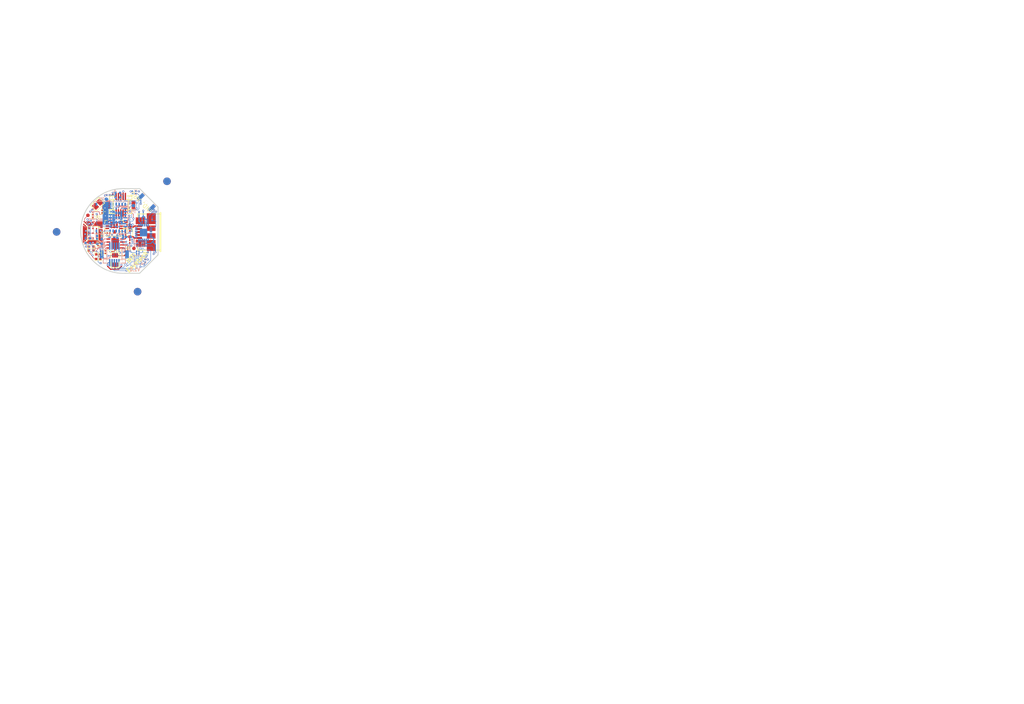
<source format=kicad_pcb>
(kicad_pcb (version 20211014) (generator pcbnew)
  (title_block (title "Enye mini versión A") (date "2017-01-02") (rev "0.1") (company "INTI/Enyetech") (comment 1 "Revisores: Alamon Diego, Brengi Diego,Scotti Noelia") (comment 2 "Licencia: BSD /Readme/LICENSE") (comment 3 "Autor: Villar Santiago"))
  (layers (0 "F.Cu" signal) (1 "In1.Cu" signal "Señal_1") (2 "In2.Cu" power "GND") (3 "In3.Cu" power "Power_+3,3V") (4 "In4.Cu" signal "Señal_2") (31 "B.Cu" signal) (34 "B.Paste" user) (35 "F.Paste" user) (36 "B.SilkS" user "B.Silkscreen") (37 "F.SilkS" user "F.Silkscreen") (38 "B.Mask" user) (39 "F.Mask" user) (44 "Edge.Cuts" user))
  (net 0 "")
  (net 1 "GND")
  (net 2 "+VBAT")
  (net 3 "+3V3")
  (net 4 "/~{RESET_b}")
  (net 5 "/PTA9")
  (net 6 "/RST_BT")
  (net 7 "/EXT_WAKE_UP")
  (net 8 "/SDA")
  (net 9 "/SCL")
  (net 10 "/SWD_DIO_MCU")
  (net 11 "/SWD_CLK_MCU")
  (net 12 "Net-(D2-Pad3)")
  (net 13 "Net-(D2-Pad4)")
  (net 14 "Net-(D2-Pad2)")
  (net 15 "Net-(C15-Pad1)")
  (net 16 "Net-(J1-Pad10)")
  (net 17 "/SWD_CLK_BT")
  (net 18 "/SWD_DIO_BT")
  (net 19 "/Vpp")
  (net 20 "/SPIO_MISO")
  (net 21 "/SPIO_MOSI")
  (net 22 "/SPIO_SCK")
  (net 23 "/SPI0_SS_b")
  (net 24 "Net-(R1-Pad2)")
  (net 25 "Net-(R2-Pad1)")
  (net 26 "Net-(R4-Pad2)")
  (net 27 "Net-(U2-PadB1)")
  (net 28 "Net-(U3-Pad7)")
  (net 29 "Net-(U5-Pad3)")
  (net 30 "Net-(U6-Pad2)")
  (net 31 "Net-(U6-Pad3)")
  (net 32 "Net-(U6-Pad4)")
  (net 33 "Net-(U6-Pad6)")
  (net 34 "Net-(U6-Pad7)")
  (net 35 "Net-(U6-Pad14)")
  (net 36 "Net-(U6-Pad15)")
  (net 37 "Net-(U6-Pad16)")
  (net 38 "Net-(U6-Pad17)")
  (net 39 "Net-(U6-Pad19)")
  (net 40 "Net-(U6-Pad5)")
  (net 41 "Net-(U6-Pad21)")
  (net 42 "Net-(USB1-Pad2)")
  (net 43 "Net-(USB1-Pad3)")
  (net 44 "Net-(USB1-Pad4)")
  (net 45 "Net-(U5-Pad12)")
  (net 46 "Net-(U5-Pad11)")
  (net 47 "Net-(U5-Pad37)")
  (net 48 "Net-(U5-Pad19)")
  (net 49 "Net-(U5-Pad30)")
  (net 50 "Net-(U5-Pad35)")
  (net 51 "Net-(U5-Pad36)")
  (net 52 "/Power Supply/VBUS")
  (net 53 "/Power Supply/VCC")
  (net 54 "/XTAL32KP")
  (net 55 "Net-(C19-Pad2)")
  (net 56 "/XTAL32KM")
  (net 57 "Net-(C21-Pad2)")
  (net 58 "/Power Supply/STAT")
  (net 59 "Net-(R15-Pad2)")
  (net 60 "Net-(R16-Pad2)")
  (net 61 "/BT_UART0_RX")
  (net 62 "/BT_UART0_TX")
  (net 63 "Net-(J2-Pad5)")
  (net 64 "/LED_B_BT")
  (net 65 "/LED_G_BT")
  (net 66 "Net-(D3-Pad1)")
  (net 67 "/LED_R_BT")
  (net 68 "/LED_R_MCU")
  (net 69 "/LED_B_MCU")
  (net 70 "/LED_G_MCU")
  (footprint "footprints:c_0201" (layer "F.Cu") (at 84.825 66.05 180)
    (fp_text reference "C1" hide)
    (fp_text value "4.7uF" hide)
  )
  (footprint "footprints:c_0201" (layer "F.Cu") (at 86.15 64.3 -90)
    (fp_text reference "C2" hide)
    (fp_text value "4.7uF" hide)
  )
  (footprint "footprints:c_0201" (layer "F.Cu") (at 77.25 64.6 -135)
    (fp_text reference "C4" hide)
    (fp_text value "0.1uF" hide)
  )
  (footprint "footprints:c_0201" (layer "F.Cu") (at 86.75 68.2 -90)
    (fp_text reference "C5" hide)
    (fp_text value "0.1uF" hide)
  )
  (footprint "footprints:c_0201" (layer "F.Cu") (at 80.65 70.4)
    (fp_text reference "C6" hide)
    (fp_text value "0.1uF" hide)
  )
  (footprint "footprints:c_0201" (layer "F.Cu") (at 84.825 66.55 180)
    (fp_text reference "C7" hide)
    (fp_text value "0.1uF" hide)
  )
  (footprint "footprints:c_0201" (layer "F.Cu") (at 81.35 61.7 -90)
    (fp_text reference "C16" hide)
    (fp_text value "0.1uF" hide)
  )
  (footprint "footprints:SOD-323" (layer "F.Cu") (at 86.75 66.1 90)
    (fp_text reference "D1" hide)
    (fp_text value "ESD5V0D3-TP" hide)
  )
  (footprint "footprints:r_0201" (layer "F.Cu") (at 79.85 68.8 -90)
    (fp_text reference "R1" hide)
    (fp_text value "49.9" hide)
  )
  (footprint "footprints:r_0201" (layer "F.Cu") (at 82.15 66.35)
    (fp_text reference "R2" hide)
    (fp_text value "68K" hide)
  )
  (footprint "footprints:r_0201" (layer "F.Cu") (at 78.7 62.65 90)
    (fp_text reference "R3" hide)
    (fp_text value "DNP" hide)
  )
  (footprint "footprints:r_0201" (layer "F.Cu") (at 81.45 70.5 90)
    (fp_text reference "R4" hide)
    (fp_text value "1.5K" hide)
  )
  (footprint "footprints:r_0201" (layer "F.Cu") (at 80.75 61.7 -90)
    (fp_text reference "R8" hide)
    (fp_text value "4.7K" hide)
  )
  (footprint "footprints:GS2" (layer "F.Cu") (at 79.75 60.1 -45)
    (fp_text reference "GS2" hide)
    (fp_text value "Rest_MCU" hide)
  )
  (footprint "footprints:df12(3.0)-10dp-0.5v" (layer "F.Cu") (at 84.79784 60.20422)
    (fp_text reference "J1" hide)
    (fp_text value "DF12D-3.0-10DP-0.5V-81" hide)
  )
  (footprint "footprints:TPS2115A" (layer "F.Cu") (at 83.58 68.63 -90)
    (fp_text reference "U1" hide)
    (fp_text value "TPS2115a" hide)
  )
  (footprint "footprints:MCP73821" (layer "F.Cu") (at 83.35 64.6 90)
    (fp_text reference "U3" hide)
    (fp_text value "MCP73831" hide)
  )
  (footprint "footprints:conn_usb_B_micro_smd" (layer "F.Cu") (at 91.4 66.14 90)
    (fp_text reference "USB1" hide)
    (fp_text value "USB-MICRO" hide)
  )
  (footprint "footprints:BAT_CON" (layer "F.Cu") (at 83.55 72.6)
    (fp_text reference "BT1" hide)
    (fp_text value "DNP" hide)
  )
  (footprint "footprints:r_0402" (layer "F.Cu") (at 78.35 69.3)
    (fp_text reference "R15" hide)
    (fp_text value "0 ohm" hide)
  )
  (footprint "footprints:r_0402" (layer "F.Cu") (at 80.35 71.5 -90)
    (fp_text reference "R16" hide)
    (fp_text value "DNP" hide)
  )
  (footprint "footprints:r_0402" (layer "F.Cu") (at 78.35 70.1 180)
    (fp_text reference "R17" hide)
    (fp_text value "DNP" hide)
  )
  (footprint "footprints:r_0402" (layer "F.Cu") (at 79.45 71.5 -90)
    (fp_text reference "R18" hide)
    (fp_text value "0 ohm" hide)
  )
  (footprint "footprints:TPS82740B" (layer "F.Cu") (at 78.727676 66.374572 -90)
    (fp_text reference "U2" hide)
    (fp_text value "TPS82740B" hide)
  )
  (footprint "footprints:c_0201" (layer "F.Cu") (at 76.95 64.3 -135)
    (fp_text reference "C22" hide)
    (fp_text value "4.7uF" hide)
  )
  (footprint "footprints:c_0201" (layer "F.Cu") (at 77.25 68.2 135)
    (fp_text reference "C3" hide)
    (fp_text value "4.7uF" hide)
  )
  (footprint "footprints:FIDUCIAL_65MIL" (layer "F.Cu") (at 70.85 66.1)
    (fp_text reference "F4" hide)
    (fp_text value "CONN_1" hide)
  )
  (footprint "footprints:FIDUCIAL_65MIL" (layer "F.Cu") (at 88.45 79.1)
    (fp_text reference "F5" hide)
    (fp_text value "CONN_1" hide)
  )
  (footprint "footprints:FIDUCIAL_65MIL" (layer "F.Cu") (at 94.85 55.1)
    (fp_text reference "F6" hide)
    (fp_text value "CONN_1" hide)
  )
  (footprint "footprints:TESTPOINT" (layer "F.Cu") (at 87.65 69.7)
    (fp_text reference "TP1")
    (fp_text value "TESTPOINT" hide)
  )
  (footprint "footprints:TESTPOINT" (layer "F.Cu") (at 83.45 66.1)
    (fp_text reference "TP2")
    (fp_text value "TESTPOINT" hide)
  )
  (footprint "footprints:TESTPOINT" (layer "F.Cu") (at 77.65 62.5)
    (fp_text reference "TP3")
    (fp_text value "TESTPOINT" hide)
  )
  (footprint "footprints:c_0201" (layer "B.Cu") (at 88.49 70.9 180)
    (fp_text reference "C8" hide)
    (fp_text value "1uF" hide)
  )
  (footprint "footprints:c_0201" (layer "B.Cu") (at 88.49 70.3 180)
    (fp_text reference "C9" hide)
    (fp_text value "0.1uF" hide)
  )
  (footprint "footprints:c_0201" (layer "B.Cu") (at 87.15 65.2 -90)
    (fp_text reference "C10" hide)
    (fp_text value "1uF" hide)
  )
  (footprint "footprints:c_0201" (layer "B.Cu") (at 90.35 68.9 90)
    (fp_text reference "C11" hide)
    (fp_text value "0.1uF" hide)
  )
  (footprint "footprints:c_0201" (layer "B.Cu") (at 89.45 63.6 90)
    (fp_text reference "C12" hide)
    (fp_text value "0.1uF" hide)
  )
  (footprint "footprints:c_0201" (layer "B.Cu") (at 86.65 65.2 -90)
    (fp_text reference "C13" hide)
    (fp_text value "2.2uF" hide)
  )
  (footprint "footprints:c_0201" (layer "B.Cu") (at 91.6 63.39 90)
    (fp_text reference "C14" hide)
    (fp_text value "10nF" hide)
  )
  (footprint "footprints:c_0201" (layer "B.Cu") (at 90.05 63.6 90)
    (fp_text reference "C15" hide)
    (fp_text value "0.1uF" hide)
  )
  (footprint "footprints:c_0201" (layer "B.Cu") (at 87.35 57.5 90)
    (fp_text reference "C17" hide)
    (fp_text value "0.1uF" hide)
  )
  (footprint "footprints:SML-LX0404SIUPGUSB" (layer "B.Cu") (at 77.65 68 90)
    (fp_text reference "D2" hide)
    (fp_text value "LED_RABG" hide)
  )
  (footprint "footprints:r_0201" (layer "B.Cu") (at 88.05 57.5 90)
    (fp_text reference "R9" hide)
    (fp_text value "10K" hide)
  )
  (footprint "footprints:r_0201" (layer "B.Cu") (at 77.8 66.4 90)
    (fp_text reference "R10" hide)
    (fp_text value "330" hide)
  )
  (footprint "footprints:r_0201" (layer "B.Cu") (at 78.75 69.5 -90)
    (fp_text reference "R13" hide)
    (fp_text value "220" hide)
  )
  (footprint "footprints:MPU-9250" (layer "B.Cu") (at 89.75 66.24 90)
    (fp_text reference "U6" hide)
    (fp_text value "MPU-9250" hide)
  )
  (footprint "footprints:df12(3.0)-10dp-0.5v" (layer "B.Cu") (at 83.4 71)
    (fp_text reference "J2" hide)
    (fp_text value "DF12D-3.0-10DP-0.5V-81" hide)
  )
  (footprint "footprints:B3U_3000PB" (layer "B.Cu") (at 90.352082 59.702082 135)
    (fp_text reference "SW1" hide)
    (fp_text value "SIDE_SW" hide)
  )
  (footprint "footprints:r_0201" (layer "B.Cu") (at 90.1 72.4 -90)
    (fp_text reference "R5" hide)
    (fp_text value "4.7K" hide)
  )
  (footprint "footprints:r_0201" (layer "B.Cu") (at 88.35 68.9 90)
    (fp_text reference "R6" hide)
    (fp_text value "10K" hide)
  )
  (footprint "footprints:r_0201" (layer "B.Cu") (at 89.55 68.9 90)
    (fp_text reference "R7" hide)
    (fp_text value "10K" hide)
  )
  (footprint "footprints:c_0402" (layer "B.Cu") (at 86.45 67.2)
    (fp_text reference "C18" hide)
    (fp_text value "22pF" hide)
  )
  (footprint "footprints:c_0402" (layer "B.Cu") (at 79.65 68.2 90)
    (fp_text reference "C19" hide)
    (fp_text value "DNP" hide)
  )
  (footprint "footprints:c_0402" (layer "B.Cu") (at 82.85 67.2 180)
    (fp_text reference "C20" hide)
    (fp_text value "22pF" hide)
  )
  (footprint "footprints:c_0402" (layer "B.Cu") (at 80.65 68.2 90)
    (fp_text reference "C21" hide)
    (fp_text value "DNP" hide)
  )
  (footprint "footprints:r_0402" (layer "B.Cu") (at 80.15 67)
    (fp_text reference "R14" hide)
    (fp_text value "0 ohm" hide)
  )
  (footprint "footprints:MKL03Z32CAF4R" (layer "B.Cu") (at 88.5 72.2 90)
    (fp_text reference "U4" hide)
    (fp_text value "MKL03Z32CAF4R" hide)
  )
  (footprint "footprints:LBCA2A2HNZYZ-711" (layer "B.Cu") (at 84.13 63 -90)
    (fp_text reference "U5" hide)
    (fp_text value "LBCA2HNZYZ-711" hide)
  )
  (footprint "footprints:ABS05-32.768KHZ-9-T" (layer "B.Cu") (at 84.65 67.2 180)
    (fp_text reference "Y1" hide)
    (fp_text value "32,768 kHz" hide)
  )
  (footprint "footprints:r_0201" (layer "B.Cu") (at 77.95 69.6 -90)
    (fp_text reference "R12" hide)
    (fp_text value "220" hide)
  )
  (footprint "footprints:SML-LX0404SIUPGUSB" (layer "B.Cu") (at 84.15 58.1 180)
    (fp_text reference "D3" hide)
    (fp_text value "LED_RABG" hide)
  )
  (footprint "footprints:r_0201" (layer "B.Cu") (at 82.05 58.1 180)
    (fp_text reference "R19" hide)
    (fp_text value "330" hide)
  )
  (footprint "footprints:FIDUCIAL_65MIL" (layer "B.Cu") (at 94.85 55.1)
    (fp_text reference "F1" hide)
    (fp_text value "CONN_1" hide)
  )
  (footprint "footprints:FIDUCIAL_65MIL" (layer "B.Cu") (at 88.45 79.1)
    (fp_text reference "F2" hide)
    (fp_text value "CONN_1" hide)
  )
  (footprint "footprints:FIDUCIAL_65MIL" (layer "B.Cu") (at 70.85 66.1)
    (fp_text reference "F3" hide)
    (fp_text value "CONN_1" hide)
  )
  (footprint "footprints:TESTPOINT" (layer "B.Cu") (at 87.55 60.4)
    (fp_text reference "TP4")
    (fp_text value "TESTPOINT" hide)
  )
  (footprint "footprints:TESTPOINT" (layer "B.Cu") (at 81.65 59)
    (fp_text reference "TP5")
    (fp_text value "TESTPOINT" hide)
  )
  (gr_line (start 88.9 56.7) (end 92.9 60.7) (layer "Edge.Cuts") (width 0.2))
  (gr_line (start 85.7 56.7) (end 88.9 56.7) (layer "Edge.Cuts") (width 0.2))
  (gr_line (start 85.7 75.1) (end 88.9 75.1) (layer "Edge.Cuts") (width 0.2))
  (gr_line (start 92.9 60.7) (end 92.9 71.1) (layer "Edge.Cuts") (width 0.2))
  (gr_line (start 88.9 75.1) (end 92.9 71.1) (layer "Edge.Cuts") (width 0.2))
  (gr_arc (start 85.7 75.1) (mid 76.091308 65.9) (end 85.7 56.7) (layer "Edge.Cuts") (width 0.2))
  (gr_text "V1.0" (at 87.85 74.3) (layer "B.SilkS") (effects (font (size 0.7 0.7) (thickness 0.175)) (justify mirror)))
  (gr_text "INTI \nEnyetech" (at 87.85 72.1 45) (layer "F.SilkS") (effects (font (size 0.9 0.9) (thickness 0.225))))
  (gr_text "IND. ARG\n" (at 89.25 59.6 135) (layer "F.SilkS") (effects (font (size 0.9 0.9) (thickness 0.125))))
  (segment (start 85.05 69.6) (end 83.65 69.6) (width 0.2032) (layer "F.Cu") (net 1))
  (segment (start 82.75 64.1) (end 82.75 64.4) (width 0.2032) (layer "F.Cu") (net 1))
  (segment (start 77.927676 66.374572) (end 77.715544 66.374572) (width 0.0889) (layer "F.Cu") (net 1))
  (segment (start 85.55 70.5) (end 85.45 70.5) (width 0.2032) (layer "F.Cu") (net 1))
  (segment (start 86.3111 65.05) (end 86.75 65.05) (width 0.0889) (layer "F.Cu") (net 1))
  (segment (start 77.327676 66.374572) (end 77.227676 66.374572) (width 0.0889) (layer "F.Cu") (net 1))
  (segment (start 80.45 65.9) (end 80.45 66.9) (width 0.0889) (layer "F.Cu") (net 1))
  (segment (start 84.565 66.55) (end 84.565 66.914998) (width 0.0889) (layer "F.Cu") (net 1))
  (segment (start 77.043828 65.710542) (end 77.043828 65.206172) (width 0.0889) (layer "F.Cu") (net 1))
  (segment (start 83.35 65.1) (end 82.75 65.1) (width 0.2032) (layer "F.Cu") (net 1))
  (segment (start 82.41 66.74) (end 82.25 66.9) (width 0.1016) (layer "F.Cu") (net 1))
  (segment (start 78.65 71.5389) (end 78.65 71.487368) (width 0.0889) (layer "F.Cu") (net 1))
  (segment (start 76.95 67.8) (end 77.05 67.7) (width 0.0889) (layer "F.Cu") (net 1))
  (segment (start 81.35 62.5) (end 81.45 62.6) (width 0.0889) (layer "F.Cu") (net 1))
  (segment (start 81.9 64.35) (end 82.7 64.35) (width 0.2032) (layer "F.Cu") (net 1))
  (segment (start 77.25 66.2) (end 77.25 65.916714) (width 0.0889) (layer "F.Cu") (net 1))
  (segment (start 81.400004 64.35) (end 81.250004 64.2) (width 0.1016) (layer "F.Cu") (net 1))
  (segment (start 77.05 66.887368) (end 77.05 66.6) (width 0.0889) (layer "F.Cu") (net 1))
  (segment (start 85.55 69.6) (end 85.75 69.8) (width 0.2032) (layer "F.Cu") (net 1))
  (segment (start 81.01 70.76) (end 81.45 70.76) (width 0.0889) (layer "F.Cu") (net 1))
  (segment (start 77.85 70.1) (end 77.85 70.6) (width 0.0889) (layer "F.Cu") (net 1))
  (segment (start 77.424572 66.374572) (end 77.25 66.2) (width 0.0889) (layer "F.Cu") (net 1))
  (segment (start 83.95 64.6) (end 83.95 65.1) (width 0.2032) (layer "F.Cu") (net 1))
  (segment (start 82.41 66.35) (end 82.41 66.74) (width 0.1016) (layer "F.Cu") (net 1))
  (segment (start 78.65 71.487368) (end 78.65 71.2) (width 0.0889) (layer "F.Cu") (net 1))
  (segment (start 83.95 64.1) (end 83.95 64.6) (width 0.2032) (layer "F.Cu") (net 1))
  (segment (start 83.35 65.1) (end 83.95 65.1) (width 0.2032) (layer "F.Cu") (net 1))
  (segment (start 86.75 70.207882) (end 86.842118 70.3) (width 0.0889) (layer "F.Cu") (net 1))
  (segment (start 83.58 69.9) (end 83.58 70.084) (width 0.254) (layer "F.Cu") (net 1))
  (segment (start 77.715544 66.374572) (end 77.327676 66.374572) (width 0.0889) (layer "F.Cu") (net 1))
  (segment (start 86.75 65.05) (end 86.75 64.1) (width 0.3048) (layer "F.Cu") (net 1))
  (segment (start 77.05 67.7) (end 77.05 66.887368) (width 0.0889) (layer "F.Cu") (net 1))
  (segment (start 77.25 65.916714) (end 77.21343 65.880144) (width 0.0889) (layer "F.Cu") (net 1))
  (segment (start 77.275428 66.374572) (end 77.253199 66.396801) (width 0.0889) (layer "F.Cu") (net 1))
  (segment (start 77.043828 65.710542) (end 77.21343 65.880144) (width 0.0889) (layer "F.Cu") (net 1))
  (segment (start 84.565 66.05) (end 84.565 66.55) (width 0.0889) (layer "F.Cu") (net 1))
  (segment (start 85.75 70.3) (end 85.55 70.5) (width 0.2032) (layer "F.Cu") (net 1))
  (segment (start 83.35 64.1) (end 83.95 64.1) (width 0.2032) (layer "F.Cu") (net 1))
  (segment (start 82.75 64.4) (end 82.75 64.6) (width 0.2032) (layer "F.Cu") (net 1))
  (segment (start 88.74 64.84) (end 87.7452 64.84) (width 0.3048) (layer "F.Cu") (net 1))
  (segment (start 85.05 69.6) (end 85.55 69.6) (width 0.2032) (layer "F.Cu") (net 1))
  (segment (start 78.45 71.2) (end 78.65 71.2) (width 0.0889) (layer "F.Cu") (net 1))
  (segment (start 83.35 64.1) (end 83.35 64.6) (width 0.2032) (layer "F.Cu") (net 1))
  (segment (start 80.91 69.847884) (end 80.95 69.807884) (width 0.0889) (layer "F.Cu") (net 1))
  (segment (start 86.800022 64.149978) (end 86.750044 64.1) (width 0.254) (layer "F.Cu") (net 1))
  (segment (start 77.927676 66.374572) (end 77.275428 66.374572) (width 0.0889) (layer "F.Cu") (net 1))
  (segment (start 79.1111 72) (end 78.65 71.5389) (width 0.0889) (layer "F.Cu") (net 1))
  (segment (start 80.91 70.66) (end 81.01 70.76) (width 0.0889) (layer "F.Cu") (net 1))
  (segment (start 83.35 64.6) (end 83.35 65.1) (width 0.2032) (layer "F.Cu") (net 1))
  (segment (start 87.7452 64.84) (end 87.5352 65.05) (width 0.3048) (layer "F.Cu") (net 1))
  (segment (start 82.7 64.35) (end 82.75 64.4) (width 0.2032) (layer "F.Cu") (net 1))
  (segment (start 84.930782 73.282) (end 84.948782 73.3) (width 0.2032) (layer "F.Cu") (net 1))
  (segment (start 84.325 74.225) (end 84.948782 73.601218) (width 0.254) (layer "F.Cu") (net 1))
  (segment (start 83.44464 58.40422) (end 83.05 58.00958) (width 0.2032) (layer "F.Cu") (net 1))
  (segment (start 86.75 68.46) (end 86.75 70.207882) (width 0.0889) (layer "F.Cu") (net 1))
  (segment (start 83.58 68.63) (end 83.58 69.9) (width 0.254) (layer "F.Cu") (net 1))
  (segment (start 77.043828 65.206172) (end 77.266152 64.983848) (width 0.0889) (layer "F.Cu") (net 1))
  (segment (start 85.75 69.8) (end 85.75 70.3) (width 0.2032) (layer "F.Cu") (net 1))
  (segment (start 77.927676 66.374572) (end 77.424572 66.374572) (width 0.0889) (layer "F.Cu") (net 1))
  (segment (start 83.05 57.887368) (end 83.05 57.6) (width 0.2032) (layer "F.Cu") (net 1))
  (segment (start 83.55 74.225) (end 84.325 74.225) (width 0.254) (layer "F.Cu") (net 1))
  (segment (start 81.95 73.6) (end 81.95 73.300004) (width 0.254) (layer "F.Cu") (net 1))
  (segment (start 83.05 58.00958) (end 83.05 57.887368) (width 0.2032) (layer "F.Cu") (net 1))
  (segment (start 86.75 65.05) (end 86.75 66.2) (width 0.3048) (layer "F.Cu") (net 1))
  (segment (start 81.95 73.300004) (end 81.950004 73.3) (width 0.254) (layer "F.Cu") (net 1))
  (segment (start 78.55 61.3) (end 78.51343 61.3) (width 0.2032) (layer "F.Cu") (net 1))
  (segment (start 88.74 64.84) (end 88.73 64.85) (width 0.3048) (layer "F.Cu") (net 1))
  (segment (start 81.9 64.35) (end 81.400004 64.35) (width 0.1016) (layer "F.Cu") (net 1))
  (segment (start 83.55 74.225) (end 82.575 74.225) (width 0.254) (layer "F.Cu") (net 1))
  (segment (start 83.55 73.282) (end 83.55 74.225) (width 0.254) (layer "F.Cu") (net 1))
  (segment (start 79.45 72) (end 79.1111 72) (width 0.0889) (layer "F.Cu") (net 1))
  (segment (start 81.35 61.96) (end 81.35 62.5) (width 0.0889) (layer "F.Cu") (net 1))
  (segment (start 86.15 64.8889) (end 86.3111 65.05) (width 0.0889) (layer "F.Cu") (net 1))
  (segment (start 86.15 64.8889) (end 86.15 64.56) (width 0.1016) (layer "F.Cu") (net 1))
  (segment (start 80.91 70.4) (end 80.91 70.66) (width 0.0889) (layer "F.Cu") (net 1))
  (segment (start 82.25 66.9) (end 81.75 66.9) (width 0.0889) (layer "F.Cu") (net 1))
  (segment (start 77.253199 66.396801) (end 77.05 66.6) (width 0.0889) (layer "F.Cu") (net 1))
  (segment (start 86.750044 64.1) (end 86.75 64.1) (width 0.254) (layer "F.Cu") (net 1))
  (segment (start 87.5352 65.05) (end 86.75 65.05) (width 0.3048) (layer "F.Cu") (net 1))
  (segment (start 82.75 65.1) (end 82.75 64.6) (width 0.2032) (layer "F.Cu") (net 1))
  (segment (start 82.75 64.1) (end 83.35 64.1) (width 0.2032) (layer "F.Cu") (net 1))
  (segment (start 84.565 66.914998) (end 84.65 66.999998) (width 0.0889) (layer "F.Cu") (net 1))
  (segment (start 78.727676 66.374572) (end 77.927676 66.374572) (width 0.0889) (layer "F.Cu") (net 1))
  (segment (start 79.300987 60.549013) (end 78.55 61.3) (width 0.2032) (layer "F.Cu") (net 1))
  (segment (start 78.727676 66.374572) (end 78.711511 66.374572) (width 0.0889) (layer "F.Cu") (net 1))
  (segment (start 82.857423 70.398287) (end 82.570055 70.398287) (width 0.254) (layer "F.Cu") (net 1))
  (segment (start 83.265713 70.398287) (end 82.857423 70.398287) (width 0.254) (layer "F.Cu") (net 1))
  (segment (start 80.91 70.4) (end 80.91 69.847884) (width 0.0889) (layer "F.Cu") (net 1))
  (segment (start 82.575 74.225) (end 81.95 73.6) (width 0.254) (layer "F.Cu") (net 1))
  (segment (start 83.79784 58.40422) (end 83.44464 58.40422) (width 0.2032) (layer "F.Cu") (net 1))
  (segment (start 77.85 70.6) (end 78.45 71.2) (width 0.0889) (layer "F.Cu") (net 1))
  (segment (start 84.948782 73.601218) (end 84.948782 73.3) (width 0.254) (layer "F.Cu") (net 1))
  (segment (start 83.58 70.084) (end 83.265713 70.398287) (width 0.254) (layer "F.Cu") (net 1))
  (via (at 80.95 69.807884) (size 0.4064) (drill 0.2032) (layers "F.Cu" "B.Cu") (net 1))
  (via (at 84.65 66.999998) (size 0.4064) (drill 0.2032) (layers "F.Cu" "B.Cu") (net 1))
  (via (at 86.85 59.9) (size 0.4064) (drill 0.2032) (layers "F.Cu" "B.Cu") (net 1))
  (via (at 86.842118 70.3) (size 0.4064) (drill 0.2032) (layers "F.Cu" "B.Cu") (net 1))
  (via (at 85.45 70.5) (size 0.4064) (drill 0.2032) (layers "F.Cu" "B.Cu") (net 1))
  (via (at 86.95 57.3) (size 0.4064) (drill 0.2032) (layers "F.Cu" "B.Cu") (net 1))
  (via (at 86.75 66.2) (size 0.4064) (drill 0.2032) (layers "F.Cu" "B.Cu") (net 1))
  (via (at 82.570055 70.398287) (size 0.4064) (drill 0.2032) (layers "F.Cu" "B.Cu") (net 1))
  (via (at 81.950004 73.3) (size 0.4064) (drill 0.2032) (layers "F.Cu" "B.Cu") (net 1))
  (via (at 78.51343 61.3) (size 0.4064) (drill 0.2032) (layers "F.Cu" "B.Cu") (net 1))
  (via (at 83.05 57.6) (size 0.4064) (drill 0.2032) (layers "F.Cu" "B.Cu") (net 1))
  (via (at 81.355686 60.9) (size 0.4064) (drill 0.2032) (layers "F.Cu" "B.Cu") (net 1))
  (via (at 80.45 65.9) (size 0.4064) (drill 0.2032) (layers "F.Cu" "B.Cu") (net 1))
  (via (at 92.05 61.3) (size 0.4064) (drill 0.2032) (layers "F.Cu" "B.Cu") (net 1))
  (via (at 78.65 71.2) (size 0.4064) (drill 0.2032) (layers "F.Cu" "B.Cu") (net 1))
  (via (at 77.21343 65.880144) (size 0.4064) (drill 0.2032) (layers "F.Cu" "B.Cu") (net 1))
  (via (at 81.75 66.9) (size 0.4064) (drill 0.2032) (layers "F.Cu" "B.Cu") (net 1))
  (via (at 81.250004 64.2) (size 0.4064) (drill 0.2032) (layers "F.Cu" "B.Cu") (net 1))
  (via (at 81.45 62.6) (size 0.4064) (drill 0.2032) (layers "F.Cu" "B.Cu") (net 1))
  (via (at 84.948782 73.3) (size 0.4064) (drill 0.2032) (layers "F.Cu" "B.Cu") (net 1))
  (via (at 87.15 65.9) (size 0.4064) (drill 0.2032) (layers "F.Cu" "B.Cu") (net 1))
  (via (at 92.35 70.527126) (size 0.4064) (drill 0.2032) (layers "F.Cu" "B.Cu") (net 1))
  (via (at 77.05 66.6) (size 0.4064) (drill 0.2032) (layers "F.Cu" "B.Cu") (net 1))
  (via (at 86.75 64.1) (size 0.4064) (drill 0.2032) (layers "F.Cu" "B.Cu") (net 1))
  (via (at 89.68656 61.5) (size 0.4064) (drill 0.2032) (layers "F.Cu" "B.Cu") (net 1))
  (segment (start 80.746801 69.296801) (end 80.65 69.2) (width 0.1016) (layer "B.Cu") (net 1))
  (segment (start 90.35 67.84) (end 90.35 68.64) (width 0.2032) (layer "B.Cu") (net 1))
  (segment (start 79.65 68.7) (end 80.65 68.7) (width 0.1016) (layer "B.Cu") (net 1))
  (segment (start 85.75 60.1) (end 86.65 60.1) (width 0.0889) (layer "B.Cu") (net 1))
  (segment (start 89.45 63.34) (end 89.45 62.9) (width 0.2032) (layer "B.Cu") (net 1))
  (segment (start 90.05 62.9) (end 90.05 63.34) (width 0.2032) (layer "B.Cu") (net 1))
  (segment (start 82.0468 72.8) (end 81.950004 72.896796) (width 0.2032) (layer "B.Cu") (net 1))
  (segment (start 80.65 69.2) (end 80.65 68.7) (width 0.1016) (layer "B.Cu") (net 1))
  (segment (start 80.746801 69.604685) (end 80.746801 69.296801) (width 0.1016) (layer "B.Cu") (net 1))
  (segment (start 92.092901 61.588305) (end 92.092901 62.357099) (width 0.1016) (layer "B.Cu") (net 1))
  (segment (start 81.45 63.45) (end 81.45 62.887368) (width 0.1016) (layer "B.Cu") (net 1))
  (segment (start 85.75 66.4) (end 86.55 66.4) (width 0.1016) (layer "B.Cu") (net 1))
  (segment (start 81.950004 72.896796) (end 81.950004 73.012632) (width 0.2032) (layer "B.Cu") (net 1))
  (segment (start 91.95 68) (end 91.65 68.3) (width 0.2032) (layer "B.Cu") (net 1))
  (segment (start 88.244553 71.166153) (end 88.23 71.1516) (width 0.1016) (layer "B.Cu") (net 1))
  (segment (start 92.05 61.545404) (end 92.092901 61.588305) (width 0.1016) (layer "B.Cu") (net 1))
  (segment (start 91.95 61.3) (end 92.05 61.3) (width 0.2032) (layer "B.Cu") (net 1))
  (segment (start 90.4032 63.34) (end 90.05 63.34) (width 0.2032) (layer "B.Cu") (net 1))
  (segment (start 86.95 66.4) (end 86.75 66.2) (width 0.1016) (layer "B.Cu") (net 1))
  (segment (start 88.23 70.6) (end 87.142118 70.6) (width 0.1016) (layer "B.Cu") (net 1))
  (segment (start 86.750022 64.100022) (end 86.75 64.1) (width 0.1016) (layer "B.Cu") (net 1))
  (segment (start 92.092901 62.357099) (end 91.95 62.5) (width 0.1016) (layer "B.Cu") (net 1))
  (segment (start 87.15 65.46) (end 86.65 65.46) (width 0.1016) (layer "B.Cu") (net 1))
  (segment (start 89.75 62.8) (end 89.95 62.8) (width 0.2032) (layer "B.Cu") (net 1))
  (segment (start 88.23 71.1516) (end 88.23 70.9) (width 0.1016) (layer "B.Cu") (net 1))
  (segment (start 91.554164 60.904164) (end 91.95 61.3) (width 0.2032) (layer "B.Cu") (net 1))
  (segment (start 89.68656 61.63656) (end 89.68656 61.5) (width 0.2032) (layer "B.Cu") (net 1))
  (segment (start 91.95 67.5) (end 91.95 68) (width 0.2032) (layer "B.Cu") (net 1))
  (segment (start 87.01 57.24) (end 86.95 57.3) (width 0.0889) (layer "B.Cu") (net 1))
  (segment (start 90.35 64.64) (end 90.35 64.1618) (width 0.2032) (layer "B.Cu") (net 1))
  (segment (start 82.35 67.2) (end 81.85 67.2) (width 0.1016) (layer "B.Cu") (net 1))
  (segment (start 81.45 62.887368) (end 81.45 62.6) (width 0.1016) (layer "B.Cu") (net 1))
  (segment (start 91.75 62.5) (end 91.6 62.65) (width 0.1016) (layer "B.Cu") (net 1))
  (segment (start 86.65 60.1) (end 86.85 59.9) (width 0.0889) (layer "B.Cu") (net 1))
  (segment (start 91.95 62.5) (end 91.75 62.5) (width 0.1016) (layer "B.Cu") (net 1))
  (segment (start 91.65 68.3) (end 91.31 68.64) (width 0.2032) (layer "B.Cu") (net 1))
  (segment (start 85.7 66.35) (end 85.75 66.4) (width 0.1016) (layer "B.Cu") (net 1))
  (segment (start 91.6 62.65) (end 91.6 63.13) (width 0.1016) (layer "B.Cu") (net 1))
  (segment (start 87.045317 70.503199) (end 86.842118 70.3) (width 0.1016) (layer "B.Cu") (net 1))
  (segment (start 89.68656 62.73656) (end 89.75 62.8) (width 0.2032) (layer "B.Cu") (net 1))
  (segment (start 87.35 57.24) (end 87.01 57.24) (width 0.0889) (layer "B.Cu") (net 1))
  (segment (start 90.45 64.0618) (end 90.45 63.3868) (width 0.2032) (layer "B.Cu") (net 1))
  (segment (start 88.3 71.4) (end 88.3 71.216153) (width 0.1016) (layer "B.Cu") (net 1))
  (segment (start 91.35 67.24) (end 91.69 67.24) (width 0.2032) (layer "B.Cu") (net 1))
  (segment (start 90.45 63.3868) (end 90.4032 63.34) (width 0.2032) (layer "B.Cu") (net 1))
  (segment (start 89.95 62.8) (end 90.05 62.9) (width 0.2032) (layer "B.Cu") (net 1))
  (segment (start 82.4 72.8) (end 82.0468 72.8) (width 0.2032) (layer "B.Cu") (net 1))
  (segment (start 91.75 68.3) (end 92.35 68.9) (width 0.2032) (layer "B.Cu") (net 1))
  (segment (start 86.849984 64.100022) (end 86.750022 64.100022) (width 0.1016) (layer "B.Cu") (net 1))
  (segment (start 89.68656 61.63656) (end 89.68656 62.73656) (width 0.2032) (layer "B.Cu") (net 1))
  (segment (start 89.55 62.8) (end 89.75 62.8) (width 0.2032) (layer "B.Cu") (net 1))
  (segment (start 86.95 67.2) (end 86.95 66.4) (width 0.1016) (layer "B.Cu") (net 1))
  (segment (start 87.142118 70.6) (end 87.045317 70.503199) (width 0.1016) (layer "B.Cu") (net 1))
  (segment (start 81.950004 73.012632) (end 81.950004 73.3) (width 0.2032) (layer "B.Cu") (net 1))
  (segment (start 88.23 70.6) (end 88.23 70.9) (width 0.1016) (layer "B.Cu") (net 1))
  (segment (start 88.23 70.3) (end 88.23 70.6) (width 0.1016) (layer "B.Cu") (net 1))
  (segment (start 81.6 63.6) (end 81.45 63.45) (width 0.1016) (layer "B.Cu") (net 1))
  (segment (start 92.05 61.3) (end 92.05 61.545404) (width 0.1016) (layer "B.Cu") (net 1))
  (segment (start 91.65 68.3) (end 91.75 68.3) (width 0.2032) (layer "B.Cu") (net 1))
  (segment (start 81.75 67.1) (end 81.75 66.9) (width 0.0889) (layer "B.Cu") (net 1))
  (segment (start 85.7 65.9) (end 85.7 66.35) (width 0.1016) (layer "B.Cu") (net 1))
  (segment (start 92.35 70.239758) (end 92.35 70.527126) (width 0.2032) (layer "B.Cu") (net 1))
  (segment (start 87.15 65.46) (end 87.15 65.9) (width 0.0889) (layer "B.Cu") (net 1))
  (segment (start 80.95 69.807884) (end 80.746801 69.604685) (width 0.1016) (layer "B.Cu") (net 1))
  (segment (start 89.45 62.9) (end 89.55 62.8) (width 0.2032) (layer "B.Cu") (net 1))
  (segment (start 91.31 68.64) (end 90.35 68.64) (width 0.2032) (layer "B.Cu") (net 1))
  (segment (start 88.25 71.166153) (end 88.244553 71.166153) (width 0.1016) (layer "B.Cu") (net 1))
  (segment (start 92.35 68.9) (end 92.35 70.239758) (width 0.2032) (layer "B.Cu") (net 1))
  (segment (start 88.3 71.216153) (end 88.25 71.166153) (width 0.1016) (layer "B.Cu") (net 1))
  (segment (start 86.55 66.4) (end 86.75 66.2) (width 0.1016) (layer "B.Cu") (net 1))
  (segment (start 90.35 64.1618) (end 90.45 64.0618) (width 0.2032) (layer "B.Cu") (net 1))
  (segment (start 86.75 64.2) (end 86.75 64.1) (width 0.1016) (layer "B.Cu") (net 1))
  (segment (start 81.85 67.2) (end 81.75 67.1) (width 0.1016) (layer "B.Cu") (net 1))
  (segment (start 91.69 67.24) (end 91.95 67.5) (width 0.2032) (layer "B.Cu") (net 1))
  (segment (start 82.547 71.203) (end 82.45 71.3) (width 0.0889) (layer "F.Cu") (net 2))
  (segment (start 85.6 64.35) (end 84.8 64.35) (width 0.2032) (layer "F.Cu") (net 2))
  (segment (start 81.15 71.8) (end 80.9889 71.6389) (width 0.0889) (layer "F.Cu") (net 2))
  (segment (start 80.85 71) (end 80.35 71) (width 0.0889) (layer "F.Cu") (net 2))
  (segment (start 83.55 71.25) (end 85.6 71.25) (width 0.254) (layer "F.Cu") (net 2))
  (segment (start 85.6 71.25) (end 86.35 70.5) (width 0.254) (layer "F.Cu") (net 2))
  (segment (start 86.15 63.7) (end 86.45 63.4) (width 0.2032) (layer "F.Cu") (net 2))
  (segment (start 86.35 70.5) (end 86.35 69.387368) (width 0.254) (layer "F.Cu") (net 2))
  (segment (start 77.85 69.3) (end 77.25 69.3) (width 0.0889) (layer "F.Cu") (net 2))
  (segment (start 82.45 71.7) (end 82.35 71.8) (width 0.0889) (layer "F.Cu") (net 2))
  (segment (start 80.39 70.96) (end 80.35 71) (width 0.0889) (layer "F.Cu") (net 2))
  (segment (start 82.35 71.8) (end 81.15 71.8) (width 0.0889) (layer "F.Cu") (net 2))
  (segment (start 86.15 64.04) (end 85.7968 64.04) (width 0.2032) (layer "F.Cu") (net 2))
  (segment (start 85.6068 63.85) (end 85.7968 64.04) (width 0.2032) (layer "F.Cu") (net 2))
  (segment (start 85.7968 64.1532) (end 85.6 64.35) (width 0.2032) (layer "F.Cu") (net 2))
  (segment (start 80.9889 71.1389) (end 80.85 71) (width 0.0889) (layer "F.Cu") (net 2))
  (segment (start 82.45 71.3) (end 82.45 71.7) (width 0.0889) (layer "F.Cu") (net 2))
  (segment (start 80.39 69.847884) (end 80.35 69.807884) (width 0.0889) (layer "F.Cu") (net 2))
  (segment (start 80.9889 71.6389) (end 80.9889 71.1389) (width 0.0889) (layer "F.Cu") (net 2))
  (segment (start 85.05 68.95) (end 86.2 68.95) (width 0.2032) (layer "F.Cu") (net 2))
  (segment (start 86.15 64.04) (end 86.15 63.7) (width 0.2032) (layer "F.Cu") (net 2))
  (segment (start 86.45 63.4) (end 86.65 63.4) (width 0.2032) (layer "F.Cu") (net 2))
  (segment (start 80.35 70.44) (end 80.39 70.4) (width 0.0889) (layer "F.Cu") (net 2))
  (segment (start 84.8 63.85) (end 85.6068 63.85) (width 0.2032) (layer "F.Cu") (net 2))
  (segment (start 86.2 68.95) (end 86.35 69.1) (width 0.2032) (layer "F.Cu") (net 2))
  (segment (start 83.55 71.203) (end 82.547 71.203) (width 0.0889) (layer "F.Cu") (net 2))
  (segment (start 80.39 70.4) (end 80.39 70.96) (width 0.0889) (layer "F.Cu") (net 2))
  (segment (start 85.7968 64.04) (end 85.7968 64.1532) (width 0.2032) (layer "F.Cu") (net 2))
  (segment (start 80.39 70.4) (end 80.39 69.847884) (width 0.0889) (layer "F.Cu") (net 2))
  (segment (start 86.35 69.387368) (end 86.35 69.1) (width 0.254) (layer "F.Cu") (net 2))
  (via (at 80.35 69.807884) (size 0.4064) (drill 0.2032) (layers "F.Cu" "B.Cu") (net 2))
  (via (at 86.65 63.4) (size 0.4064) (drill 0.2032) (layers "F.Cu" "B.Cu") (net 2))
  (via (at 86.35 69.1) (size 0.4064) (drill 0.2032) (layers "F.Cu" "B.Cu") (net 2))
  (via (at 77.25 69.3) (size 0.4064) (drill 0.2032) (layers "F.Cu" "B.Cu") (net 2))
  (segment (start 77.633848 64.616152) (end 77.633848 64.680744) (width 0.0889) (layer "F.Cu") (net 3))
  (segment (start 86.45 63.1) (end 86.65 62.9) (width 0.0889) (layer "F.Cu") (net 3))
  (segment (start 77.949996 64.652252) (end 77.949996 64.587368) (width 0.0889) (layer "F.Cu") (net 3))
  (segment (start 77.949996 64.587368) (end 77.949996 64.3) (width 0.0889) (layer "F.Cu") (net 3))
  (segment (start 78.346801 64.503199) (end 78.55 64.3) (width 0.0889) (layer "F.Cu") (net 3))
  (segment (start 80.25 62.3) (end 80.65 62.3) (width 0.0889) (layer "F.Cu") (net 3))
  (segment (start 80.75 62.2) (end 80.75 61.96) (width 0.0889) (layer "F.Cu") (net 3))
  (segment (start 80.05 61.7) (end 80.15 61.8) (width 0.0889) (layer "F.Cu") (net 3))
  (segment (start 77.927676 65.374572) (end 77.727676 65.374572) (width 0.0889) (layer "F.Cu") (net 3))
  (segment (start 77.727676 65.374572) (end 77.727676 64.774572) (width 0.0889) (layer "F.Cu") (net 3))
  (segment (start 86.65 62.9) (end 86.65 62.599994) (width 0.0889) (layer "F.Cu") (net 3))
  (segment (start 78.85 61.7) (end 80.05 61.7) (width 0.0889) (layer "F.Cu") (net 3))
  (segment (start 77.927676 64.674572) (end 78.175428 64.674572) (width 0.0889) (layer "F.Cu") (net 3))
  (segment (start 80.15 62.2) (end 80.25 62.3) (width 0.0889) (layer "F.Cu") (net 3))
  (segment (start 78.55 61.7) (end 78.15 61.7) (width 0.0889) (layer "F.Cu") (net 3))
  (segment (start 80.65 62.3) (end 80.75 62.2) (width 0.0889) (layer "F.Cu") (net 3))
  (segment (start 77.65 62.5) (end 76.95 63.2) (width 0.0889) (layer "F.Cu") (net 3))
  (segment (start 85.79784 62.00422) (end 85.79784 62.94784) (width 0.0889) (layer "F.Cu") (net 3))
  (segment (start 78.7 61.85) (end 78.55 61.7) (width 0.0889) (layer "F.Cu") (net 3))
  (segment (start 78.127676 65.374572) (end 78.127676 64.774572) (width 0.0889) (layer "F.Cu") (net 3))
  (segment (start 85.79784 62.94784) (end 85.95 63.1) (width 0.0889) (layer "F.Cu") (net 3))
  (segment (start 78.175428 64.674572) (end 78.346801 64.503199) (width 0.0889) (layer "F.Cu") (net 3))
  (segment (start 77.927676 65.374572) (end 77.927676 64.674572) (width 0.0889) (layer "F.Cu") (net 3))
  (segment (start 77.633848 64.680744) (end 77.727676 64.774572) (width 0.0889) (layer "F.Cu") (net 3))
  (segment (start 76.95 63.2) (end 76.95 63.932304) (width 0.0889) (layer "F.Cu") (net 3))
  (segment (start 77.927676 65.374572) (end 78.127676 65.374572) (width 0.0889) (layer "F.Cu") (net 3))
  (segment (start 78.7 62.39) (end 78.7 61.85) (width 0.0889) (layer "F.Cu") (net 3))
  (segment (start 78.7 61.85) (end 78.85 61.7) (width 0.0889) (layer "F.Cu") (net 3))
  (segment (start 80.15 61.8) (end 80.15 62.2) (width 0.0889) (layer "F.Cu") (net 3))
  (segment (start 77.927676 64.674572) (end 77.949996 64.652252) (width 0.0889) (layer "F.Cu") (net 3))
  (segment (start 76.95 63.932304) (end 77.133848 64.116152) (width 0.0889) (layer "F.Cu") (net 3))
  (segment (start 85.95 63.1) (end 86.45 63.1) (width 0.0889) (layer "F.Cu") (net 3))
  (via (at 92.45 61.7) (size 0.4064) (drill 0.2032) (layers "F.Cu" "B.Cu") (net 3))
  (via (at 88.77151 61.743021) (size 0.4064) (drill 0.2032) (layers "F.Cu" "B.Cu") (net 3))
  (via (at 87.35 64.500002) (size 0.4064) (drill 0.2032) (layers "F.Cu" "B.Cu") (net 3))
  (via (at 78.15 61.7) (size 0.4064) (drill 0.2032) (layers "F.Cu" "B.Cu") (net 3))
  (via (at 88.75 57.3) (size 0.4064) (drill 0.2032) (layers "F.Cu" "B.Cu") (net 3))
  (via (at 91.95 70.9) (size 0.4064) (drill 0.2032) (layers "F.Cu" "B.Cu") (net 3))
  (via (at 84.649507 70.624511) (size 0.4064) (drill 0.2032) (layers "F.Cu" "B.Cu") (net 3))
  (via (at 90.71343 70.527116) (size 0.4064) (drill 0.2032) (layers "F.Cu" "B.Cu") (net 3))
  (via (at 86.65 62.599994) (size 0.4064) (drill 0.2032) (layers "F.Cu" "B.Cu") (net 3))
  (via (at 87.192102 67.8) (size 0.4064) (drill 0.2032) (layers "F.Cu" "B.Cu") (net 3))
  (via (at 78.55 64.3) (size 0.4064) (drill 0.2032) (layers "F.Cu" "B.Cu") (net 3))
  (via (at 90.667338 72.112143) (size 0.4064) (drill 0.2032) (layers "F.Cu" "B.Cu") (net 3))
  (via (at 77.949996 64.3) (size 0.4064) (drill 0.2032) (layers "F.Cu" "B.Cu") (net 3))
  (via (at 81.349996 58.2) (size 0.4064) (drill 0.2032) (layers "F.Cu" "B.Cu") (net 3))
  (segment (start 91.6 63.65) (end 92.2 63.65) (width 0.1016) (layer "B.Cu") (net 3))
  (segment (start 87.15 64.94) (end 87.15 64.6984) (width 0.1016) (layer "B.Cu") (net 3))
  (segment (start 90.1 72.135) (end 90.122857 72.112143) (width 0.1016) (layer "B.Cu") (net 3))
  (segment (start 91.61 69.16) (end 91.95 69.5) (width 0.1016) (layer "B.Cu") (net 3))
  (segment (start 87.35 64.51911) (end 87.35 64.500002) (width 0.2032) (layer "B.Cu") (net 3))
  (segment (start 90.315388 70.527116) (end 90.426062 70.527116) (width 0.1016) (layer "B.Cu") (net 3))
  (segment (start 91.95 69.5) (end 91.95 70.9) (width 0.1016) (layer "B.Cu") (net 3))
  (segment (start 78.15 67.5) (end 78.15 64.7) (width 0.1016) (layer "B.Cu") (net 3))
  (segment (start 90.05 69.16) (end 90.01 69.16) (width 0.1016) (layer "B.Cu") (net 3))
  (segment (start 86.65 64.94) (end 86.65 64.6984) (width 0.1016) (layer "B.Cu") (net 3))
  (segment (start 86.65 64.5) (end 87.15 64.5) (width 0.2032) (layer "B.Cu") (net 3))
  (segment (start 86.35 64.6) (end 86.45 64.5) (width 0.2032) (layer "B.Cu") (net 3))
  (segment (start 89.55 68.194921) (end 89.655079 68.3) (width 0.1016) (layer "B.Cu") (net 3))
  (segment (start 90.242504 70.6) (end 90.315388 70.527116) (width 0.1016) (layer "B.Cu") (net 3))
  (segment (start 90.05 68.4) (end 90.05 69.16) (width 0.1016) (layer "B.Cu") (net 3))
  (segment (start 90.35 69.16) (end 90.01 69.16) (width 0.1016) (layer "B.Cu") (net 3))
  (segment (start 86.35 64.7832) (end 86.35 64.6) (width 0.2032) (layer "B.Cu") (net 3))
  (segment (start 88.15 67.24) (end 87.7861 67.24) (width 0.0889) (layer "B.Cu") (net 3))
  (segment (start 90.122857 72.112143) (end 90.37997 72.112143) (width 0.1016) (layer "B.Cu") (net 3))
  (segment (start 89.15 64.64) (end 89.55 64.64) (width 0.2032) (layer "B.Cu") (net 3))
  (segment (start 88.75 70.6) (end 88.75 70.9) (width 0.1016) (layer "B.Cu") (net 3))
  (segment (start 90.426062 70.527116) (end 90.71343 70.527116) (width 0.1016) (layer "B.Cu") (net 3))
  (segment (start 88.75 70.6) (end 90.242504 70.6) (width 0.1016) (layer "B.Cu") (net 3))
  (segment (start 81.35 58.2) (end 81.349996 58.2) (width 0.2032) (layer "B.Cu") (net 3))
  (segment (start 87.292102 67.7) (end 87.192102 67.8) (width 0.0889) (layer "B.Cu") (net 3))
  (segment (start 89.8016 69.16) (end 90.01 69.16) (width 0.1016) (layer "B.Cu") (net 3))
  (segment (start 85.68 64.95) (end 86.1832 64.95) (width 0.2032) (layer "B.Cu") (net 3))
  (segment (start 88.77151 63.78331) (end 88.77151 62.030389) (width 0.2032) (layer "B.Cu") (net 3))
  (segment (start 87.15 64.6984) (end 87.15 64.5) (width 0.1016) (layer "B.Cu") (net 3))
  (segment (start 88.75 70.3) (end 88.75 70) (width 0.0889) (layer "B.Cu") (net 3))
  (segment (start 92.2 63.65) (end 92.45 63.9) (width 0.1016) (layer "B.Cu") (net 3))
  (segment (start 88.75 71.166153) (end 88.75 70.9) (width 0.1016) (layer "B.Cu") (net 3))
  (segment (start 87.15 64.5) (end 87.349998 64.5) (width 0.2032) (layer "B.Cu") (net 3))
  (segment (start 86.45 64.5) (end 86.65 64.5) (width 0.2032) (layer "B.Cu") (net 3))
  (segment (start 81.45 58.1) (end 81.35 58.2) (width 0.2032) (layer "B.Cu") (net 3))
  (segment (start 92.15 65.2) (end 92.45 64.9) (width 0.1016) (layer "B.Cu") (net 3))
  (segment (start 88.35 69.6) (end 88.35 69.16) (width 0.0889) (layer "B.Cu") (net 3))
  (segment (start 92.45 64.9) (end 92.45 63.9) (width 0.1016) (layer "B.Cu") (net 3))
  (segment (start 87.7861 67.24) (end 87.3261 67.7) (width 0.0889) (layer "B.Cu") (net 3))
  (segment (start 81.349996 58.196804) (end 81.349996 58.2) (width 0.2032) (layer "B.Cu") (net 3))
  (segment (start 89.15 64.64) (end 89.15 64.1618) (width 0.2032) (layer "B.Cu") (net 3))
  (segment (start 89.45 64.1016) (end 89.55 64.2016) (width 0.1016) (layer "B.Cu") (net 3))
  (segment (start 84.446308 70.421312) (end 84.649507 70.624511) (width 0.2032) (layer "B.Cu") (net 3))
  (segment (start 81.79 58.1) (end 81.4468 58.1) (width 0.2032) (layer "B.Cu") (net 3))
  (segment (start 88.7 71.216153) (end 88.75 71.166153) (width 0.1016) (layer "B.Cu") (net 3))
  (segment (start 88.05 57.24) (end 88.69 57.24) (width 0.0889) (layer "B.Cu") (net 3))
  (segment (start 88.75 70.3) (end 88.75 70.6) (width 0.1016) (layer "B.Cu") (net 3))
  (segment (start 86.1832 64.95) (end 86.35 64.7832) (width 0.2032) (layer "B.Cu") (net 3))
  (segment (start 88.7 71.4) (end 88.7 71.216153) (width 0.1016) (layer "B.Cu") (net 3))
  (segment (start 87.349998 64.5) (end 87.35 64.500002) (width 0.2032) (layer "B.Cu") (net 3))
  (segment (start 90.55 69.16) (end 90.35 69.16) (width 0.1016) (layer "B.Cu") (net 3))
  (segment (start 88.75 70) (end 88.35 69.6) (width 0.0889) (layer "B.Cu") (net 3))
  (segment (start 87.3261 67.7) (end 87.292102 67.7) (width 0.0889) (layer "B.Cu") (net 3))
  (segment (start 89.55 67.84) (end 89.55 68.194921) (width 0.1016) (layer "B.Cu") (net 3))
  (segment (start 89.655079 68.3) (end 89.95 68.3) (width 0.1016) (layer "B.Cu") (net 3))
  (segment (start 78.15 64.7) (end 78.55 64.3) (width 0.1016) (layer "B.Cu") (net 3))
  (segment (start 89.55 64.2016) (end 89.55 64.64) (width 0.1016) (layer "B.Cu") (net 3))
  (segment (start 88.77151 62.030389) (end 88.77151 61.743021) (width 0.2032) (layer "B.Cu") (net 3))
  (segment (start 89.95 68.3) (end 90.05 68.4) (width 0.1016) (layer "B.Cu") (net 3))
  (segment (start 89.45 63.86) (end 89.45 64.1016) (width 0.1016) (layer "B.Cu") (net 3))
  (segment (start 88.69 57.24) (end 88.75 57.3) (width 0.0889) (layer "B.Cu") (net 3))
  (segment (start 91.35 65.2) (end 92.15 65.2) (width 0.1016) (layer "B.Cu") (net 3))
  (segment (start 84.4 70.375004) (end 84.446308 70.421312) (width 0.2032) (layer "B.Cu") (net 3))
  (segment (start 92.45 63.9) (end 92.45 61.7) (width 0.1016) (layer "B.Cu") (net 3))
  (segment (start 86.65 64.6984) (end 86.65 64.5) (width 0.1016) (layer "B.Cu") (net 3))
  (segment (start 89.55 69.16) (end 89.8016 69.16) (width 0.1016) (layer "B.Cu") (net 3))
  (segment (start 81.4468 58.1) (end 81.349996 58.196804) (width 0.2032) (layer "B.Cu") (net 3))
  (segment (start 90.55 69.16) (end 91.61 69.16) (width 0.1016) (layer "B.Cu") (net 3))
  (segment (start 84.4 69.2) (end 84.4 70.375004) (width 0.2032) (layer "B.Cu") (net 3))
  (segment (start 89.15 64.1618) (end 88.77151 63.78331) (width 0.2032) (layer "B.Cu") (net 3))
  (segment (start 90.37997 72.112143) (end 90.667338 72.112143) (width 0.1016) (layer "B.Cu") (net 3))
  (segment (start 80.75 60.201974) (end 80.75 60.9) (width 0.0889) (layer "F.Cu") (net 4))
  (segment (start 85.29568 57.354324) (end 85.35 57.300004) (width 0.0889) (layer "F.Cu") (net 4))
  (segment (start 80.199013 59.650987) (end 80.75 59.1) (width 0.2032) (layer "F.Cu") (net 4))
  (segment (start 80.75 61.44) (end 81.35 61.44) (width 0.0889) (layer "F.Cu") (net 4))
  (segment (start 80.75 59.1) (end 80.750006 59.1) (width 0.2032) (layer "F.Cu") (net 4))
  (segment (start 80.75 60.9) (end 80.75 61.44) (width 0.0889) (layer "F.Cu") (net 4))
  (segment (start 85.35 57.3) (end 85.35 57.300004) (width 0.0889) (layer "F.Cu") (net 4))
  (segment (start 80.199013 59.650987) (end 80.75 60.201974) (width 0.0889) (layer "F.Cu") (net 4))
  (segment (start 85.29568 58.40336) (end 85.29568 57.354324) (width 0.0889) (layer "F.Cu") (net 4))
  (via (at 80.750006 59.1) (size 0.4064) (drill 0.2032) (layers "F.Cu" "B.Cu") (net 4))
  (via (at 85.35 57.300004) (size 0.4064) (drill 0.2032) (layers "F.Cu" "B.Cu") (net 4))
  (via (at 87.087991 69.137991) (size 0.4064) (drill 0.2032) (layers "F.Cu" "B.Cu") (net 4))
  (via micro (at 88.7 71.8) (size 0.254) (drill 0.1016) (layers "In4.Cu" "B.Cu") (net 4))
  (segment (start 83.9 69.2) (end 83.9 71.15) (width 0.0889) (layer "B.Cu") (net 4))
  (segment (start 86.525982 69.7) (end 86.884792 69.34119) (width 0.0889) (layer "B.Cu") (net 4))
  (segment (start 84.05 71.3) (end 84.85 71.3) (width 0.0889) (layer "B.Cu") (net 4))
  (segment (start 86.884792 69.34119) (end 87.087991 69.137991) (width 0.0889) (layer "B.Cu") (net 4))
  (segment (start 83.9 71.15) (end 84.05 71.3) (width 0.0889) (layer "B.Cu") (net 4))
  (segment (start 85.05 71.1) (end 85.05 69.9) (width 0.0889) (layer "B.Cu") (net 4))
  (segment (start 85.05 69.9) (end 85.25 69.7) (width 0.0889) (layer "B.Cu") (net 4))
  (segment (start 84.85 71.3) (end 85.05 71.1) (width 0.0889) (layer "B.Cu") (net 4))
  (segment (start 85.25 69.7) (end 86.525982 69.7) (width 0.0889) (layer "B.Cu") (net 4))
  (via (at 89.132782 60.007808) (size 0.4064) (drill 0.2032) (layers "F.Cu" "B.Cu") (net 5))
  (via (at 87.55 70.999994) (size 0.4064) (drill 0.2032) (layers "F.Cu" "B.Cu") (net 5))
  (via micro (at 88.3 72.6) (size 0.254) (drill 0.1016) (layers "In4.Cu" "B.Cu") (net 5))
  (segment (start 89.15 59.99059) (end 89.132782 60.007808) (width 0.2032) (layer "B.Cu") (net 5))
  (segment (start 88.05 57.76) (end 88.41 57.76) (width 0.0889) (layer "B.Cu") (net 5))
  (segment (start 88.41 57.76) (end 88.65 58) (width 0.0889) (layer "B.Cu") (net 5))
  (segment (start 87.35 57.76) (end 88.05 57.76) (width 0.0889) (layer "B.Cu") (net 5))
  (segment (start 88.65 58) (end 89.15 58.5) (width 0.0889) (layer "B.Cu") (net 5))
  (segment (start 89.15 58.5) (end 89.15 59.99059) (width 0.2032) (layer "B.Cu") (net 5))
  (segment (start 88.239958 61.052134) (end 88.239958 61) (width 0.0889) (layer "F.Cu") (net 6))
  (segment (start 86.65 61.1) (end 86.787571 61.237571) (width 0.0889) (layer "F.Cu") (net 6))
  (segment (start 86.787571 61.237571) (end 88.054521 61.237571) (width 0.0889) (layer "F.Cu") (net 6))
  (segment (start 84.05 60.4) (end 86.35 60.4) (width 0.0889) (layer "F.Cu") (net 6))
  (segment (start 88.054521 61.237571) (end 88.239958 61.052134) (width 0.0889) (layer "F.Cu") (net 6))
  (segment (start 86.65 60.7) (end 86.65 61.1) (width 0.0889) (layer "F.Cu") (net 6))
  (segment (start 86.35 60.4) (end 86.65 60.7) (width 0.0889) (layer "F.Cu") (net 6))
  (segment (start 83.79784 62.00422) (end 83.79784 60.65216) (width 0.0889) (layer "F.Cu") (net 6))
  (segment (start 83.79784 60.65216) (end 84.05 60.4) (width 0.0889) (layer "F.Cu") (net 6))
  (via (at 88.239958 61) (size 0.4064) (drill 0.2032) (layers "F.Cu" "B.Cu") (net 6))
  (via (at 88.25 59.8) (size 0.4064) (drill 0.2032) (layers "F.Cu" "B.Cu") (net 6))
  (via micro (at 88.7 73) (size 0.254) (drill 0.1016) (layers "In4.Cu" "B.Cu") (net 6))
  (segment (start 88.239958 59.810042) (end 88.25 59.8) (width 0.0889) (layer "B.Cu") (net 6))
  (segment (start 88.046801 59.596801) (end 88.25 59.8) (width 0.0889) (layer "B.Cu") (net 6))
  (segment (start 85.572189 59.477811) (end 87.927811 59.477811) (width 0.0889) (layer "B.Cu") (net 6))
  (segment (start 85.1 59.95) (end 85.572189 59.477811) (width 0.0889) (layer "B.Cu") (net 6))
  (segment (start 85.1 60.1) (end 85.1 59.95) (width 0.0889) (layer "B.Cu") (net 6))
  (segment (start 87.927811 59.477811) (end 88.046801 59.596801) (width 0.0889) (layer "B.Cu") (net 6))
  (segment (start 88.239958 61) (end 88.239958 59.810042) (width 0.0889) (layer "B.Cu") (net 6))
  (via (at 89.85 73.2) (size 0.4064) (drill 0.2032) (layers "F.Cu" "B.Cu") (net 7))
  (via (at 91.75 61.752898) (size 0.4064) (drill 0.2032) (layers "F.Cu" "B.Cu") (net 7))
  (segment (start 90.75 62.700012) (end 91.523013 61.926999) (width 0.1016) (layer "B.Cu") (net 7))
  (segment (start 89.25 72.6) (end 89.363351 72.713351) (width 0.0889) (layer "B.Cu") (net 7))
  (segment (start 90.75 64.6) (end 90.75 62.700012) (width 0.1016) (layer "B.Cu") (net 7))
  (segment (start 89.1 72.6) (end 89.25 72.6) (width 0.0889) (layer "B.Cu") (net 7))
  (segment (start 89.363351 73.113351) (end 89.45 73.2) (width 0.0889) (layer "B.Cu") (net 7))
  (segment (start 91.523013 61.926999) (end 91.650012 61.8) (width 0.1016) (layer "B.Cu") (net 7))
  (segment (start 90.1 72.95) (end 90.053199 72.996801) (width 0.1016) (layer "B.Cu") (net 7))
  (segment (start 91.650012 61.8) (end 91.702898 61.8) (width 0.0889) (layer "B.Cu") (net 7))
  (segment (start 89.363351 72.713351) (end 89.363351 73.113351) (width 0.0889) (layer "B.Cu") (net 7))
  (segment (start 90.1 72.665) (end 90.1 72.95) (width 0.1016) (layer "B.Cu") (net 7))
  (segment (start 90.053199 72.996801) (end 89.85 73.2) (width 0.1016) (layer "B.Cu") (net 7))
  (segment (start 91.702898 61.8) (end 91.75 61.752898) (width 0.0889) (layer "B.Cu") (net 7))
  (segment (start 89.45 73.2) (end 89.85 73.2) (width 0.0889) (layer "B.Cu") (net 7))
  (via micro (at 88.7 72.6) (size 0.254) (drill 0.1016) (layers "In4.Cu" "B.Cu") (net 8))
  (via micro (at 89.55 70.33329) (size 0.254) (drill 0.1016) (layers "In4.Cu" "B.Cu") (net 8))
  (segment (start 85.05 68) (end 83.05 68) (width 0.0889) (layer "B.Cu") (net 8))
  (segment (start 88.0511 68.7) (end 85.35 68.7) (width 0.0889) (layer "B.Cu") (net 8))
  (segment (start 88.85 69.8) (end 88.85 68.8) (width 0.0889) (layer "B.Cu") (net 8))
  (segment (start 82.90216 68.14784) (end 82.90216 69.20422) (width 0.0889) (layer "B.Cu") (net 8))
  (segment (start 85.15 68.1) (end 85.05 68) (width 0.0889) (layer "B.Cu") (net 8))
  (segment (start 88.1111 68.64) (end 88.0511 68.7) (width 0.0889) (layer "B.Cu") (net 8))
  (segment (start 88.75 68.2039) (end 88.75 67.84) (width 0.0889) (layer "B.Cu") (net 8))
  (segment (start 83.05 68) (end 82.90216 68.14784) (width 0.0889) (layer "B.Cu") (net 8))
  (segment (start 88.6539 68.3) (end 88.75 68.2039) (width 0.0889) (layer "B.Cu") (net 8))
  (segment (start 88.69 68.64) (end 88.35 68.64) (width 0.0889) (layer "B.Cu") (net 8))
  (segment (start 89.55 70) (end 89.45 69.9) (width 0.0889) (layer "B.Cu") (net 8))
  (segment (start 88.35 68.4111) (end 88.4611 68.3) (width 0.0889) (layer "B.Cu") (net 8))
  (segment (start 88.35 68.64) (end 88.1111 68.64) (width 0.0889) (layer "B.Cu") (net 8))
  (segment (start 89.45 69.9) (end 88.95 69.9) (width 0.0889) (layer "B.Cu") (net 8))
  (segment (start 88.95 69.9) (end 88.85 69.8) (width 0.0889) (layer "B.Cu") (net 8))
  (segment (start 88.85 68.8) (end 88.69 68.64) (width 0.0889) (layer "B.Cu") (net 8))
  (segment (start 85.15 68.5) (end 85.15 68.1) (width 0.0889) (layer "B.Cu") (net 8))
  (segment (start 88.4611 68.3) (end 88.6539 68.3) (width 0.0889) (layer "B.Cu") (net 8))
  (segment (start 89.55 70.33329) (end 89.55 70) (width 0.0889) (layer "B.Cu") (net 8))
  (segment (start 85.35 68.7) (end 85.15 68.5) (width 0.0889) (layer "B.Cu") (net 8))
  (segment (start 88.35 68.64) (end 88.35 68.4111) (width 0.0889) (layer "B.Cu") (net 8))
  (via (at 89.05 73.7) (size 0.4064) (drill 0.2032) (layers "F.Cu" "B.Cu") (net 9))
  (via (at 81.982757 71.306835) (size 0.4064) (drill 0.2032) (layers "F.Cu" "B.Cu") (net 9))
  (segment (start 91.05 70) (end 89.95 70) (width 0.0889) (layer "B.Cu") (net 9))
  (segment (start 89.15 69.6) (end 89.15 68.8) (width 0.0889) (layer "B.Cu") (net 9))
  (segment (start 89.2461 68.3) (end 89.394639 68.3) (width 0.0889) (layer "B.Cu") (net 9))
  (segment (start 83.4 71.15) (end 83.243165 71.306835) (width 0.0889) (layer "B.Cu") (net 9))
  (segment (start 91.313448 72.23465) (end 91.313448 70.263448) (width 0.0889) (layer "B.Cu") (net 9))
  (segment (start 89.394639 68.3) (end 89.55 68.455361) (width 0.0889) (layer "B.Cu") (net 9))
  (segment (start 89.65 69.7) (end 89.25 69.7) (width 0.0889) (layer "B.Cu") (net 9))
  (segment (start 89.15 68.2039) (end 89.2461 68.3) (width 0.0889) (layer "B.Cu") (net 9))
  (segment (start 83.4 69.2) (end 83.4 71.15) (width 0.0889) (layer "B.Cu") (net 9))
  (segment (start 89.2461 68.3) (end 89.25 68.3) (width 0.0889) (layer "B.Cu") (net 9))
  (segment (start 89.15 67.84) (end 89.15 68.2039) (width 0.0889) (layer "B.Cu") (net 9))
  (segment (start 89.15 68.8) (end 89.31 68.64) (width 0.0889) (layer "B.Cu") (net 9))
  (segment (start 83.243165 71.306835) (end 82.270125 71.306835) (width 0.0889) (layer "B.Cu") (net 9))
  (segment (start 89.05 73.05) (end 89.05 73.7) (width 0.0889) (layer "B.Cu") (net 9))
  (segment (start 89.55 68.455361) (end 89.55 68.64) (width 0.0889) (layer "B.Cu") (net 9))
  (segment (start 89.1 73) (end 89.05 73.05) (width 0.0889) (layer "B.Cu") (net 9))
  (segment (start 89.31 68.64) (end 89.55 68.64) (width 0.0889) (layer "B.Cu") (net 9))
  (segment (start 89.95 70) (end 89.65 69.7) (width 0.0889) (layer "B.Cu") (net 9))
  (segment (start 91.313448 70.263448) (end 91.05 70) (width 0.0889) (layer "B.Cu") (net 9))
  (segment (start 89.848098 73.7) (end 91.313448 72.23465) (width 0.0889) (layer "B.Cu") (net 9))
  (segment (start 82.270125 71.306835) (end 81.982757 71.306835) (width 0.0889) (layer "B.Cu") (net 9))
  (segment (start 89.25 69.7) (end 89.15 69.6) (width 0.0889) (layer "B.Cu") (net 9))
  (segment (start 89.05 73.7) (end 89.848098 73.7) (width 0.0889) (layer "B.Cu") (net 9))
  (segment (start 84.79784 58.40422) (end 84.79784 59.406514) (width 0.0889) (layer "F.Cu") (net 10))
  (segment (start 84.79784 59.406514) (end 84.814596 59.42327) (width 0.0889) (layer "F.Cu") (net 10))
  (via (at 84.814596 59.42327) (size 0.4064) (drill 0.2032) (layers "F.Cu" "B.Cu") (net 10))
  (via (at 90.15 71.4) (size 0.4064) (drill 0.2032) (layers "F.Cu" "B.Cu") (net 10))
  (segment (start 89.1 71.4) (end 90.15 71.4) (width 0.0889) (layer "B.Cu") (net 10))
  (segment (start 90.25 71.3) (end 90.15 71.4) (width 0.0889) (layer "B.Cu") (net 10))
  (segment (start 84.29784 58.40422) (end 84.29784 59.406515) (width 0.0889) (layer "F.Cu") (net 11))
  (segment (start 84.29784 59.406515) (end 84.314595 59.42327) (width 0.0889) (layer "F.Cu") (net 11))
  (via (at 84.314595 59.42327) (size 0.4064) (drill 0.2032) (layers "F.Cu" "B.Cu") (net 11))
  (via (at 90.528492 71.043022) (size 0.4064) (drill 0.2032) (layers "F.Cu" "B.Cu") (net 11))
  (segment (start 90.237368 71.8) (end 90.528492 71.508876) (width 0.0889) (layer "B.Cu") (net 11))
  (segment (start 90.528492 71.508876) (end 90.528492 71.33039) (width 0.0889) (layer "B.Cu") (net 11))
  (segment (start 89.1 71.8) (end 90.237368 71.8) (width 0.0889) (layer "B.Cu") (net 11))
  (segment (start 90.528492 71.33039) (end 90.528492 71.043022) (width 0.0889) (layer "B.Cu") (net 11))
  (segment (start 77.15 68.5) (end 77.15 68.8139) (width 0.0889) (layer "B.Cu") (net 12))
  (segment (start 77.85 68.9) (end 77.95 69) (width 0.0889) (layer "B.Cu") (net 12))
  (segment (start 77.95 69) (end 77.95 69.34) (width 0.0889) (layer "B.Cu") (net 12))
  (segment (start 77.15 68.8139) (end 77.2361 68.9) (width 0.0889) (layer "B.Cu") (net 12))
  (segment (start 77.2361 68.9) (end 77.85 68.9) (width 0.0889) (layer "B.Cu") (net 12))
  (segment (start 78.65 68.9) (end 78.75 69) (width 0.0889) (layer "B.Cu") (net 13))
  (segment (start 78.75 69) (end 78.75 69.24) (width 0.0889) (layer "B.Cu") (net 13))
  (segment (start 78.15 68.5) (end 78.15 68.8139) (width 0.0889) (layer "B.Cu") (net 13))
  (segment (start 78.15 68.8139) (end 78.2361 68.9) (width 0.0889) (layer "B.Cu") (net 13))
  (segment (start 78.2361 68.9) (end 78.65 68.9) (width 0.0889) (layer "B.Cu") (net 13))
  (segment (start 77.6889 67) (end 77.8 66.8889) (width 0.0889) (layer "B.Cu") (net 14))
  (segment (start 77.8 66.8889) (end 77.8 66.66) (width 0.0889) (layer "B.Cu") (net 14))
  (segment (start 77.15 67.1) (end 77.25 67) (width 0.0889) (layer "B.Cu") (net 14))
  (segment (start 77.25 67) (end 77.6889 67) (width 0.0889) (layer "B.Cu") (net 14))
  (segment (start 77.15 67.5) (end 77.15 67.1) (width 0.0889) (layer "B.Cu") (net 14))
  (segment (start 89.95 64.2016) (end 89.95 64.64) (width 0.1016) (layer "B.Cu") (net 15))
  (segment (start 90.05 63.86) (end 90.05 64.1016) (width 0.1016) (layer "B.Cu") (net 15))
  (segment (start 90.05 64.1016) (end 89.95 64.2016) (width 0.1016) (layer "B.Cu") (net 15))
  (segment (start 84.3 62) (end 84.3 60.85) (width 0.0889) (layer "F.Cu") (net 17))
  (segment (start 86.546801 61.496801) (end 86.75 61.7) (width 0.0889) (layer "F.Cu") (net 17))
  (segment (start 86.45 60.9) (end 86.45 61.4) (width 0.0889) (layer "F.Cu") (net 17))
  (segment (start 84.55 60.6) (end 86.15 60.6) (width 0.0889) (layer "F.Cu") (net 17))
  (segment (start 86.15 60.6) (end 86.45 60.9) (width 0.0889) (layer "F.Cu") (net 17))
  (segment (start 84.3 60.85) (end 84.55 60.6) (width 0.0889) (layer "F.Cu") (net 17))
  (segment (start 86.45 61.4) (end 86.546801 61.496801) (width 0.0889) (layer "F.Cu") (net 17))
  (via (at 86.75 61.7) (size 0.4064) (drill 0.2032) (layers "F.Cu" "B.Cu") (net 17))
  (segment (start 87.05 63) (end 87.153199 62.896801) (width 0.0889) (layer "B.Cu") (net 17))
  (segment (start 87.153199 62.896801) (end 87.153199 61.803199) (width 0.0889) (layer "B.Cu") (net 17))
  (segment (start 87.153199 61.803199) (end 87.05 61.7) (width 0.0889) (layer "B.Cu") (net 17))
  (segment (start 87.05 61.7) (end 86.75 61.7) (width 0.0889) (layer "B.Cu") (net 17))
  (segment (start 85.68 63) (end 87.05 63) (width 0.0889) (layer "B.Cu") (net 17))
  (segment (start 86.187871 61.937871) (end 86.35 62.1) (width 0.0889) (layer "F.Cu") (net 18))
  (segment (start 85.05 60.8) (end 85.975676 60.8) (width 0.0889) (layer "F.Cu") (net 18))
  (segment (start 84.79784 62.00422) (end 84.79784 61.05216) (width 0.0889) (layer "F.Cu") (net 18))
  (segment (start 86.187871 61.012195) (end 86.187871 61.937871) (width 0.0889) (layer "F.Cu") (net 18))
  (segment (start 87.55 62.3) (end 87.55 63.2) (width 0.0889) (layer "F.Cu") (net 18))
  (segment (start 87.35 62.1) (end 87.55 62.3) (width 0.0889) (layer "F.Cu") (net 18))
  (segment (start 85.975676 60.8) (end 86.187871 61.012195) (width 0.0889) (layer "F.Cu") (net 18))
  (segment (start 86.35 62.1) (end 87.35 62.1) (width 0.0889) (layer "F.Cu") (net 18))
  (segment (start 84.79784 61.05216) (end 85.05 60.8) (width 0.0889) (layer "F.Cu") (net 18))
  (via (at 87.55 63.2) (size 0.4064) (drill 0.2032) (layers "F.Cu" "B.Cu") (net 18))
  (segment (start 87.55 63.6) (end 87.55 63.2) (width 0.0889) (layer "B.Cu") (net 18))
  (segment (start 85.68 63.65) (end 86.0689 63.65) (width 0.0889) (layer "B.Cu") (net 18))
  (segment (start 86.0689 63.65) (end 86.182348 63.763448) (width 0.0889) (layer "B.Cu") (net 18))
  (segment (start 86.182348 63.763448) (end 87.386552 63.763448) (width 0.0889) (layer "B.Cu") (net 18))
  (segment (start 87.386552 63.763448) (end 87.55 63.6) (width 0.0889) (layer "B.Cu") (net 18))
  (segment (start 79.65 62.2) (end 79.55 62.2) (width 0.0889) (layer "F.Cu") (net 19))
  (segment (start 80.05 63.3) (end 79.75 63) (width 0.0889) (layer "F.Cu") (net 19))
  (segment (start 85.29784 63.05216) (end 85.05 63.3) (width 0.0889) (layer "F.Cu") (net 19))
  (segment (start 79.75 62.3) (end 79.65 62.2) (width 0.0889) (layer "F.Cu") (net 19))
  (segment (start 85.05 63.3) (end 80.05 63.3) (width 0.0889) (layer "F.Cu") (net 19))
  (segment (start 79.75 63) (end 79.75 62.3) (width 0.0889) (layer "F.Cu") (net 19))
  (segment (start 85.29784 62.00422) (end 85.29784 63.05216) (width 0.0889) (layer "F.Cu") (net 19))
  (via (at 79.55 62.2) (size 0.4064) (drill 0.2032) (layers "F.Cu" "B.Cu") (net 19))
  (segment (start 83.75 64.95) (end 83.5111 64.95) (width 0.0889) (layer "B.Cu") (net 19))
  (segment (start 79.775 64.625) (end 79.55 64.4) (width 0.0889) (layer "B.Cu") (net 19))
  (segment (start 79.55 64.4) (end 79.55 62.2) (width 0.0889) (layer "B.Cu") (net 19))
  (segment (start 83.1861 64.625) (end 79.775 64.625) (width 0.0889) (layer "B.Cu") (net 19))
  (segment (start 83.5111 64.95) (end 83.1861 64.625) (width 0.0889) (layer "B.Cu") (net 19))
  (segment (start 85.45 73.8) (end 84.55 73.8) (width 0.0889) (layer "B.Cu") (net 20))
  (segment (start 85.75 73) (end 85.55 73.2) (width 0.0889) (layer "B.Cu") (net 20))
  (segment (start 84.55 73.8) (end 84.4 73.65) (width 0.0889) (layer "B.Cu") (net 20))
  (segment (start 87.9 71.8) (end 86.85 71.8) (width 0.0889) (layer "B.Cu") (net 20))
  (segment (start 86.15 73) (end 85.75 73) (width 0.0889) (layer "B.Cu") (net 20))
  (segment (start 84.4 73.65) (end 84.4 72.8) (width 0.0889) (layer "B.Cu") (net 20))
  (segment (start 85.55 73.2) (end 85.55 73.7) (width 0.0889) (layer "B.Cu") (net 20))
  (segment (start 86.35 72.3) (end 86.35 72.8) (width 0.0889) (layer "B.Cu") (net 20))
  (segment (start 86.85 71.8) (end 86.35 72.3) (width 0.0889) (layer "B.Cu") (net 20))
  (segment (start 86.35 72.8) (end 86.15 73) (width 0.0889) (layer "B.Cu") (net 20))
  (segment (start 85.55 73.7) (end 85.45 73.8) (width 0.0889) (layer "B.Cu") (net 20))
  (segment (start 83.89784 73.84784) (end 83.89784 72.80086) (width 0.0889) (layer "B.Cu") (net 21))
  (segment (start 87.9 72.6) (end 87.15 72.6) (width 0.0889) (layer "B.Cu") (net 21))
  (segment (start 84.05 74) (end 83.89784 73.84784) (width 0.0889) (layer "B.Cu") (net 21))
  (segment (start 86.95 73.8) (end 86.75 74) (width 0.0889) (layer "B.Cu") (net 21))
  (segment (start 86.75 74) (end 84.05 74) (width 0.0889) (layer "B.Cu") (net 21))
  (segment (start 87.15 72.6) (end 86.95 72.8) (width 0.0889) (layer "B.Cu") (net 21))
  (segment (start 86.95 72.8) (end 86.95 73.8) (width 0.0889) (layer "B.Cu") (net 21))
  (segment (start 83.4 72.8) (end 83.4 73.95) (width 0.0889) (layer "B.Cu") (net 22))
  (segment (start 83.65 74.2) (end 88.05 74.2) (width 0.0889) (layer "B.Cu") (net 22))
  (segment (start 83.4 73.95) (end 83.65 74.2) (width 0.0889) (layer "B.Cu") (net 22))
  (segment (start 88.3 73.95) (end 88.3 73.183847) (width 0.0889) (layer "B.Cu") (net 22))
  (segment (start 88.3 73.183847) (end 88.3 73) (width 0.0889) (layer "B.Cu") (net 22))
  (segment (start 88.05 74.2) (end 88.3 73.95) (width 0.0889) (layer "B.Cu") (net 22))
  (via (at 86.05 73.4) (size 0.4064) (drill 0.2032) (layers "F.Cu" "B.Cu") (net 23))
  (via (at 86.05 74.53657) (size 0.4064) (drill 0.2032) (layers "F.Cu" "B.Cu") (net 23))
  (segment (start 86.65 72.5) (end 86.95 72.2) (width 0.0889) (layer "B.Cu") (net 23))
  (segment (start 86.05 73.4) (end 86.45 73.4) (width 0.0889) (layer "B.Cu") (net 23))
  (segment (start 82.9 74.05) (end 83.38657 74.53657) (width 0.0889) (layer "B.Cu") (net 23))
  (segment (start 86.65 73.2) (end 86.65 72.5) (width 0.0889) (layer "B.Cu") (net 23))
  (segment (start 85.762632 74.53657) (end 86.05 74.53657) (width 0.0889) (layer "B.Cu") (net 23))
  (segment (start 86.95 72.2) (end 87.05 72.2) (width 0.0889) (layer "B.Cu") (net 23))
  (segment (start 86.25 73.4) (end 86.05 73.4) (width 0.0889) (layer "B.Cu") (net 23))
  (segment (start 87.05 72.2) (end 87.9 72.2) (width 0.0889) (layer "B.Cu") (net 23))
  (segment (start 83.38657 74.53657) (end 85.762632 74.53657) (width 0.0889) (layer "B.Cu") (net 23))
  (segment (start 82.9 72.8) (end 82.9 74.05) (width 0.0889) (layer "B.Cu") (net 23))
  (segment (start 86.45 73.4) (end 86.65 73.2) (width 0.0889) (layer "B.Cu") (net 23))
  (segment (start 81.05 67.8) (end 81.22 67.63) (width 0.0889) (layer "F.Cu") (net 24))
  (segment (start 81.05 68.8) (end 81.05 67.8) (width 0.0889) (layer "F.Cu") (net 24))
  (segment (start 81.22 67.63) (end 81.78 67.63) (width 0.0889) (layer "F.Cu") (net 24))
  (segment (start 80.79 69.06) (end 81.05 68.8) (width 0.0889) (layer "F.Cu") (net 24))
  (segment (start 79.85 69.06) (end 80.79 69.06) (width 0.0889) (layer "F.Cu") (net 24))
  (segment (start 81.9 65.35) (end 81.4 65.35) (width 0.1016) (layer "F.Cu") (net 25))
  (segment (start 81.3 65.45) (end 81.3 66.25) (width 0.1016) (layer "F.Cu") (net 25))
  (segment (start 81.4 65.35) (end 81.3 65.45) (width 0.1016) (layer "F.Cu") (net 25))
  (segment (start 81.3 66.25) (end 81.4 66.35) (width 0.1016) (layer "F.Cu") (net 25))
  (segment (start 81.4 66.35) (end 81.89 66.35) (width 0.1016) (layer "F.Cu") (net 25))
  (segment (start 81.55 69.6) (end 81.45 69.7) (width 0.0889) (layer "F.Cu") (net 26))
  (segment (start 82.11 69.6) (end 81.55 69.6) (width 0.0889) (layer "F.Cu") (net 26))
  (segment (start 81.45 69.7) (end 81.45 70.24) (width 0.0889) (layer "F.Cu") (net 26))
  (segment (start 78.927676 65.374572) (end 78.927676 64.774572) (width 0.0889) (layer "F.Cu") (net 27))
  (segment (start 78.727676 65.374572) (end 78.927676 65.374572) (width 0.0889) (layer "F.Cu") (net 27))
  (segment (start 78.727676 65.374572) (end 78.727676 64.874572) (width 0.0889) (layer "F.Cu") (net 27))
  (segment (start 85.8 65.35) (end 85.85 65.3) (width 0.2032) (layer "F.Cu") (net 52))
  (segment (start 86.75 67.94) (end 86.75 67.15) (width 0.2032) (layer "F.Cu") (net 52))
  (segment (start 85.85 67.1) (end 85.85 67.5) (width 0.2032) (layer "F.Cu") (net 52))
  (segment (start 85.85 66.3) (end 85.85 66.05) (width 0.2032) (layer "F.Cu") (net 52))
  (segment (start 85.85 66.575) (end 85.85 66.75) (width 0.2032) (layer "F.Cu") (net 52))
  (segment (start 85.85 65.3) (end 85.85 65.025) (width 0.2032) (layer "F.Cu") (net 52))
  (segment (start 87.7452 67.44) (end 87.4552 67.15) (width 0.3048) (layer "F.Cu") (net 52))
  (segment (start 85.85 67.5) (end 85.69 67.66) (width 0.2032) (layer "F.Cu") (net 52))
  (segment (start 84.8 65.35) (end 85.8 65.35) (width 0.2032) (layer "F.Cu") (net 52))
  (segment (start 85.085 66.05) (end 85.3266 66.05) (width 0.1016) (layer "F.Cu") (net 52))
  (segment (start 87.4552 67.15) (end 86.75 67.15) (width 0.3048) (layer "F.Cu") (net 52))
  (segment (start 87.7452 69.270232) (end 87.65 69.365432) (width 0.0889) (layer "F.Cu") (net 52))
  (segment (start 85.9 67.15) (end 85.85 67.1) (width 0.2032) (layer "F.Cu") (net 52))
  (segment (start 85.675 64.85) (end 84.8 64.85) (width 0.2032) (layer "F.Cu") (net 52))
  (segment (start 85.85 66.3) (end 85.85 66.475) (width 0.2032) (layer "F.Cu") (net 52))
  (segment (start 85.825 66.55) (end 85.85 66.575) (width 0.1016) (layer "F.Cu") (net 52))
  (segment (start 85.85 66.05) (end 85.85 65.925) (width 0.2032) (layer "F.Cu") (net 52))
  (segment (start 85.085 66.55) (end 85.825 66.55) (width 0.1016) (layer "F.Cu") (net 52))
  (segment (start 87.65 69.365432) (end 87.65 69.7) (width 0.0889) (layer "F.Cu") (net 52))
  (segment (start 85.85 66.75) (end 85.85 66.95) (width 0.2032) (layer "F.Cu") (net 52))
  (segment (start 85.85 65.925) (end 85.85 65.3) (width 0.2032) (layer "F.Cu") (net 52))
  (segment (start 88.74 67.44) (end 87.7452 67.44) (width 0.3048) (layer "F.Cu") (net 52))
  (segment (start 85.85 66.95) (end 85.85 67.1) (width 0.2032) (layer "F.Cu") (net 52))
  (segment (start 86.75 67.15) (end 85.9 67.15) (width 0.2032) (layer "F.Cu") (net 52))
  (segment (start 85.69 67.66) (end 85.05 67.66) (width 0.2032) (layer "F.Cu") (net 52))
  (segment (start 85.3266 66.05) (end 85.85 66.05) (width 0.1016) (layer "F.Cu") (net 52))
  (segment (start 85.8 66.3) (end 85.85 66.3) (width 0.1016) (layer "F.Cu") (net 52))
  (segment (start 85.85 66.475) (end 85.85 66.575) (width 0.2032) (layer "F.Cu") (net 52))
  (segment (start 85.85 65.025) (end 85.675 64.85) (width 0.2032) (layer "F.Cu") (net 52))
  (segment (start 87.7452 67.44) (end 87.7452 69.270232) (width 0.0889) (layer "F.Cu") (net 52))
  (segment (start 79.45 68.2) (end 79.45 68.3) (width 0.0889) (layer "F.Cu") (net 53))
  (segment (start 85.070216 68.289784) (end 85.05 68.31) (width 0.2032) (layer "F.Cu") (net 53))
  (segment (start 78.527676 68.074572) (end 78.127676 68.074572) (width 0.0889) (layer "F.Cu") (net 53))
  (segment (start 77.727676 68.074572) (end 77.927676 68.074572) (width 0.0889) (layer "F.Cu") (net 53))
  (segment (start 77.55 68.4) (end 77.433848 68.283848) (width 0.0889) (layer "F.Cu") (net 53))
  (segment (start 78.927676 67.374572) (end 78.927676 68.074572) (width 0.0889) (layer "F.Cu") (net 53))
  (segment (start 77.927676 67.374572) (end 78.127676 67.374572) (width 0.0889) (layer "F.Cu") (net 53))
  (segment (start 83.45 66.186906) (end 82.893453 66.743453) (width 0.0889) (layer "F.Cu") (net 53))
  (segment (start 77.927676 68.074572) (end 77.927676 68.322324) (width 0.0889) (layer "F.Cu") (net 53))
  (segment (start 78.927676 68.074572) (end 79.324572 68.074572) (width 0.0889) (layer "F.Cu") (net 53))
  (segment (start 78.727676 68.077248) (end 78.725 68.074572) (width 0.1016) (layer "F.Cu") (net 53))
  (segment (start 78.927676 68.074572) (end 78.725 68.074572) (width 0.0889) (layer "F.Cu") (net 53))
  (segment (start 83.45 66.1) (end 83.45 66.186906) (width 0.0889) (layer "F.Cu") (net 53))
  (segment (start 78.527676 67.374572) (end 78.527676 68.050308) (width 0.0889) (layer "F.Cu") (net 53))
  (segment (start 79.49 68.54) (end 79.85 68.54) (width 0.0889) (layer "F.Cu") (net 53))
  (segment (start 78.727676 67.974572) (end 78.727676 67.374572) (width 0.0889) (layer "F.Cu") (net 53))
  (segment (start 79.527676 66.374572) (end 79.527676 67.374572) (width 0.1016) (layer "F.Cu") (net 53))
  (segment (start 78.85 68.3) (end 78.75 68.4) (width 0.0889) (layer "F.Cu") (net 53))
  (segment (start 79.527676 65.374572) (end 79.527676 66.374572) (width 0.1016) (layer "F.Cu") (net 53))
  (segment (start 85.05 68.31) (end 85.917152 68.31) (width 0.2032) (layer "F.Cu") (net 53))
  (segment (start 77.927676 67.374572) (end 77.727676 67.374572) (width 0.0889) (layer "F.Cu") (net 53))
  (segment (start 79.45 68.1) (end 79.45 68.2) (width 0.1016) (layer "F.Cu") (net 53))
  (segment (start 85.917152 68.31) (end 85.963722 68.26343) (width 0.2032) (layer "F.Cu") (net 53))
  (segment (start 78.127676 67.374572) (end 78.127676 68.074572) (width 0.0889) (layer "F.Cu") (net 53))
  (segment (start 79.324572 68.074572) (end 79.45 68.2) (width 0.0889) (layer "F.Cu") (net 53))
  (segment (start 77.727676 67.374572) (end 77.727676 68.074572) (width 0.0889) (layer "F.Cu") (net 53))
  (segment (start 77.927676 68.074572) (end 78.127676 68.074572) (width 0.0889) (layer "F.Cu") (net 53))
  (segment (start 77.927676 67.374572) (end 77.927676 68.074572) (width 0.0889) (layer "F.Cu") (net 53))
  (segment (start 78.727676 67.374572) (end 78.927676 67.374572) (width 0.0889) (layer "F.Cu") (net 53))
  (segment (start 79.527676 67.374572) (end 79.527676 68.022324) (width 0.1016) (layer "F.Cu") (net 53))
  (segment (start 79.45 68.5) (end 79.49 68.54) (width 0.0889) (layer "F.Cu") (net 53))
  (segment (start 85.947152 68.28) (end 85.963722 68.26343) (width 0.254) (layer "F.Cu") (net 53))
  (segment (start 77.85 68.4) (end 77.55 68.4) (width 0.0889) (layer "F.Cu") (net 53))
  (segment (start 78.725 68.074572) (end 78.527676 68.074572) (width 0.0889) (layer "F.Cu") (net 53))
  (segment (start 79.45 68.3) (end 79.45 68.5) (width 0.0889) (layer "F.Cu") (net 53))
  (segment (start 78.727676 67.374572) (end 78.527676 67.374572) (width 0.0889) (layer "F.Cu") (net 53))
  (segment (start 79.527676 68.022324) (end 79.45 68.1) (width 0.1016) (layer "F.Cu") (net 53))
  (segment (start 79.45 68.3) (end 78.85 68.3) (width 0.0889) (layer "F.Cu") (net 53))
  (segment (start 77.927676 68.322324) (end 77.85 68.4) (width 0.0889) (layer "F.Cu") (net 53))
  (via (at 78.75 68.4) (size 0.4064) (drill 0.2032) (layers "F.Cu" "B.Cu") (net 53))
  (via (at 85.963722 68.26343) (size 0.4064) (drill 0.2032) (layers "F.Cu" "B.Cu") (net 53))
  (via (at 82.893453 66.743453) (size 0.4064) (drill 0.2032) (layers "F.Cu" "B.Cu") (net 53))
  (segment (start 85.2389 66.3889) (end 85.35 66.5) (width 0.0889) (layer "B.Cu") (net 54))
  (segment (start 85.05 66.2889) (end 85.15 66.3889) (width 0.0889) (layer "B.Cu") (net 54))
  (segment (start 85.05 65.9) (end 85.05 66.2889) (width 0.0889) (layer "B.Cu") (net 54))
  (segment (start 85.15 66.3889) (end 85.2389 66.3889) (width 0.0889) (layer "B.Cu") (net 54))
  (segment (start 85.35 67.1) (end 85.25 67.2) (width 0.0889) (layer "B.Cu") (net 54))
  (segment (start 85.35 66.5) (end 85.35 67.1) (width 0.0889) (layer "B.Cu") (net 54))
  (segment (start 85.95 67.2) (end 85.25 67.2) (width 0.1016) (layer "B.Cu") (net 54))
  (segment (start 79.95 65.4) (end 79.95 66.2) (width 0.0889) (layer "B.Cu") (net 55))
  (segment (start 79.65 67) (end 79.65 67.7) (width 0.1016) (layer "B.Cu") (net 55))
  (segment (start 79.65 66.5) (end 79.65 67) (width 0.0889) (layer "B.Cu") (net 55))
  (segment (start 80.4 64.95) (end 79.95 65.4) (width 0.0889) (layer "B.Cu") (net 55))
  (segment (start 82.53 64.95) (end 80.4 64.95) (width 0.0889) (layer "B.Cu") (net 55))
  (segment (start 79.95 66.2) (end 79.65 66.5) (width 0.0889) (layer "B.Cu") (net 55))
  (segment (start 84.4 65.9) (end 84.4 66.2889) (width 0.0889) (layer "B.Cu") (net 56))
  (segment (start 84.15 66.4) (end 84.05 66.5) (width 0.0889) (layer "B.Cu") (net 56))
  (segment (start 84.4 66.2889) (end 84.2889 66.4) (width 0.0889) (layer "B.Cu") (net 56))
  (segment (start 83.35 67.2) (end 84.05 67.2) (width 0.1016) (layer "B.Cu") (net 56))
  (segment (start 84.05 66.5) (end 84.05 67.2) (width 0.0889) (layer "B.Cu") (net 56))
  (segment (start 84.2889 66.4) (end 84.15 66.4) (width 0.0889) (layer "B.Cu") (net 56))
  (segment (start 80.65 66.4) (end 80.65 67) (width 0.1016) (layer "B.Cu") (net 57))
  (segment (start 80.65 67) (end 80.65 67.7) (width 0.1016) (layer "B.Cu") (net 57))
  (segment (start 82.45 65.9) (end 81.15 65.9) (width 0.1016) (layer "B.Cu") (net 57))
  (segment (start 81.15 65.9) (end 80.65 66.4) (width 0.1016) (layer "B.Cu") (net 57))
  (segment (start 78.7 62.91) (end 78.7 63.25) (width 0.0889) (layer "F.Cu") (net 58))
  (segment (start 78.65 63.3) (end 79.55 63.3) (width 0.0889) (layer "F.Cu") (net 58))
  (segment (start 78.65 63.3) (end 77.649994 63.3) (width 0.0889) (layer "F.Cu") (net 58))
  (segment (start 78.7 63.25) (end 78.65 63.3) (width 0.0889) (layer "F.Cu") (net 58))
  (segment (start 80.95 63.6) (end 81.2 63.85) (width 0.0889) (layer "F.Cu") (net 58))
  (segment (start 81.2 63.85) (end 81.9 63.85) (width 0.0889) (layer "F.Cu") (net 58))
  (segment (start 79.85 63.6) (end 80.95 63.6) (width 0.0889) (layer "F.Cu") (net 58))
  (segment (start 79.55 63.3) (end 79.85 63.6) (width 0.0889) (layer "F.Cu") (net 58))
  (segment (start 77.649994 63.3) (end 77.549994 63.4) (width 0.0889) (layer "F.Cu") (net 58))
  (via (at 87.35 73.499992) (size 0.4064) (drill 0.2032) (layers "F.Cu" "B.Cu") (net 58))
  (via (at 77.549994 63.4) (size 0.4064) (drill 0.2032) (layers "F.Cu" "B.Cu") (net 58))
  (segment (start 87.750008 73.499992) (end 87.35 73.499992) (width 0.0889) (layer "B.Cu") (net 58))
  (segment (start 87.9 73.35) (end 87.750008 73.499992) (width 0.0889) (layer "B.Cu") (net 58))
  (segment (start 87.9 73) (end 87.9 73.35) (width 0.0889) (layer "B.Cu") (net 58))
  (segment (start 80.964362 69.285638) (end 81.25 69) (width 0.0889) (layer "F.Cu") (net 59))
  (segment (start 78.85 69.3) (end 79.1889 69.3) (width 0.0889) (layer "F.Cu") (net 59))
  (segment (start 81.54 68.31) (end 82.11 68.31) (width 0.0889) (layer "F.Cu") (net 59))
  (segment (start 79.25 69.7) (end 79.70044 69.7) (width 0.0889) (layer "F.Cu") (net 59))
  (segment (start 80.114802 69.285638) (end 80.964362 69.285638) (width 0.0889) (layer "F.Cu") (net 59))
  (segment (start 79.25 69.3611) (end 79.25 69.7) (width 0.0889) (layer "F.Cu") (net 59))
  (segment (start 79.70044 69.7) (end 80.114802 69.285638) (width 0.0889) (layer "F.Cu") (net 59))
  (segment (start 79.1889 69.3) (end 79.25 69.3611) (width 0.0889) (layer "F.Cu") (net 59))
  (segment (start 79.15 70.1) (end 78.85 70.1) (width 0.0889) (layer "F.Cu") (net 59))
  (segment (start 81.25 69) (end 81.25 68.4) (width 0.0889) (layer "F.Cu") (net 59))
  (segment (start 79.25 69.7) (end 79.25 70) (width 0.0889) (layer "F.Cu") (net 59))
  (segment (start 79.25 70) (end 79.15 70.1) (width 0.0889) (layer "F.Cu") (net 59))
  (segment (start 81.25 68.4) (end 81.34 68.31) (width 0.0889) (layer "F.Cu") (net 59))
  (segment (start 81.34 68.31) (end 81.54 68.31) (width 0.0889) (layer "F.Cu") (net 59))
  (segment (start 79.45 71) (end 79.45 70.201901) (width 0.0889) (layer "F.Cu") (net 60))
  (segment (start 81.186552 69.463448) (end 81.45 69.2) (width 0.0889) (layer "F.Cu") (net 60))
  (segment (start 79.45 70.201901) (end 80.188454 69.463448) (width 0.0889) (layer "F.Cu") (net 60))
  (segment (start 79.85 71) (end 79.95 71.1) (width 0.0889) (layer "F.Cu") (net 60))
  (segment (start 80.05 71.5) (end 80.25 71.5) (width 0.0889) (layer "F.Cu") (net 60))
  (segment (start 79.95 71.4) (end 80.05 71.5) (width 0.0889) (layer "F.Cu") (net 60))
  (segment (start 81.45 69) (end 81.5 68.95) (width 0.0889) (layer "F.Cu") (net 60))
  (segment (start 79.95 71.1) (end 79.95 71.4) (width 0.0889) (layer "F.Cu") (net 60))
  (segment (start 80.188454 69.463448) (end 81.186552 69.463448) (width 0.0889) (layer "F.Cu") (net 60))
  (segment (start 80.25 71.5) (end 80.35 71.6) (width 0.0889) (layer "F.Cu") (net 60))
  (segment (start 79.45 71) (end 79.85 71) (width 0.0889) (layer "F.Cu") (net 60))
  (segment (start 80.35 71.6) (end 80.35 72) (width 0.0889) (layer "F.Cu") (net 60))
  (segment (start 81.45 69.2) (end 81.45 69) (width 0.0889) (layer "F.Cu") (net 60))
  (segment (start 81.5 68.95) (end 82.11 68.95) (width 0.0889) (layer "F.Cu") (net 60))
  (via micro (at 85.05 61) (size 0.254) (drill 0.1016) (layers "In4.Cu" "B.Cu") (net 61))
  (via micro (at 88.309109 71.790891) (size 0.254) (drill 0.1016) (layers "In4.Cu" "B.Cu") (net 61))
  (segment (start 86.85 60.561185) (end 86.85 60.8) (width 0.0889) (layer "B.Cu") (net 61))
  (segment (start 87.55 60.4) (end 87.011185 60.4) (width 0.0889) (layer "B.Cu") (net 61))
  (segment (start 85.63 61) (end 85.229605 61) (width 0.0889) (layer "B.Cu") (net 61))
  (segment (start 86.6 61.05) (end 85.73 61.05) (width 0.0889) (layer "B.Cu") (net 61))
  (segment (start 87.011185 60.4) (end 86.85 60.561185) (width 0.0889) (layer "B.Cu") (net 61))
  (segment (start 85.68 61.05) (end 85.63 61) (width 0.0889) (layer "B.Cu") (net 61))
  (segment (start 86.85 60.8) (end 86.6 61.05) (width 0.0889) (layer "B.Cu") (net 61))
  (segment (start 85.229605 61) (end 85.05 61) (width 0.0889) (layer "B.Cu") (net 61))
  (via micro (at 84.225 60.7) (size 0.254) (drill 0.1016) (layers "In4.Cu" "B.Cu") (net 62))
  (via micro (at 88.3 72.2) (size 0.254) (drill 0.1016) (layers "In4.Cu" "B.Cu") (net 62))
  (segment (start 82.825 60.515032) (end 83.009968 60.7) (width 0.0889) (layer "B.Cu") (net 62))
  (segment (start 82.825 59.636185) (end 82.825 60.515032) (width 0.0889) (layer "B.Cu") (net 62))
  (segment (start 84.45 60.5139) (end 84.2639 60.7) (width 0.0889) (layer "B.Cu") (net 62))
  (segment (start 82.188815 59) (end 82.825 59.636185) (width 0.0889) (layer "B.Cu") (net 62))
  (segment (start 81.65 59) (end 82.188815 59) (width 0.0889) (layer "B.Cu") (net 62))
  (segment (start 84.45 60.1) (end 84.45 60.5139) (width 0.0889) (layer "B.Cu") (net 62))
  (segment (start 84.2639 60.7) (end 84.225 60.7) (width 0.0889) (layer "B.Cu") (net 62))
  (segment (start 84.045395 60.7) (end 84.225 60.7) (width 0.0889) (layer "B.Cu") (net 62))
  (segment (start 83.009968 60.7) (end 84.045395 60.7) (width 0.0889) (layer "B.Cu") (net 62))
  (segment (start 83.8 60.1) (end 83.8 59.35) (width 0.0889) (layer "B.Cu") (net 64))
  (segment (start 84.65 58.9) (end 84.65 58.6) (width 0.0889) (layer "B.Cu") (net 64))
  (segment (start 83.8 59.35) (end 84.15 59) (width 0.0889) (layer "B.Cu") (net 64))
  (segment (start 84.55 59) (end 84.65 58.9) (width 0.0889) (layer "B.Cu") (net 64))
  (segment (start 84.15 59) (end 84.55 59) (width 0.0889) (layer "B.Cu") (net 64))
  (segment (start 84.7361 58) (end 84.65 57.9139) (width 0.0889) (layer "B.Cu") (net 65))
  (segment (start 85.73 61.7) (end 86.1439 61.7) (width 0.0889) (layer "B.Cu") (net 65))
  (segment (start 88.75 59.501902) (end 88.548098 59.3) (width 0.0889) (layer "B.Cu") (net 65))
  (segment (start 85.45 58.2) (end 85.25 58) (width 0.0889) (layer "B.Cu") (net 65))
  (segment (start 88.548098 59.3) (end 85.65 59.3) (width 0.0889) (layer "B.Cu") (net 65))
  (segment (start 88.486551 61.363449) (end 88.75 61.1) (width 0.0889) (layer "B.Cu") (net 65))
  (segment (start 85.45 59.1) (end 85.45 58.2) (width 0.0889) (layer "B.Cu") (net 65))
  (segment (start 85.65 59.3) (end 85.45 59.1) (width 0.0889) (layer "B.Cu") (net 65))
  (segment (start 86.1439 61.7) (end 86.480451 61.363449) (width 0.0889) (layer "B.Cu") (net 65))
  (segment (start 88.75 61.1) (end 88.75 59.501902) (width 0.0889) (layer "B.Cu") (net 65))
  (segment (start 86.480451 61.363449) (end 88.486551 61.363449) (width 0.0889) (layer "B.Cu") (net 65))
  (segment (start 85.25 58) (end 84.7361 58) (width 0.0889) (layer "B.Cu") (net 65))
  (segment (start 84.65 57.9139) (end 84.65 57.6) (width 0.0889) (layer "B.Cu") (net 65))
  (segment (start 82.31 58.1) (end 83.5782 58.1) (width 0.2032) (layer "B.Cu") (net 66))
  (segment (start 83.5782 58.1) (end 83.65 58.0282) (width 0.2032) (layer "B.Cu") (net 66))
  (segment (start 83.65 58.0282) (end 83.65 57.6) (width 0.2032) (layer "B.Cu") (net 66))
  (segment (start 83.15 59.5) (end 83.65 59) (width 0.0889) (layer "B.Cu") (net 67))
  (segment (start 83.65 59) (end 83.65 58.6) (width 0.0889) (layer "B.Cu") (net 67))
  (segment (start 83.15 60.1) (end 83.15 59.5) (width 0.0889) (layer "B.Cu") (net 67))
  (via (at 87.023121 71.457791) (size 0.4064) (drill 0.2032) (layers "F.Cu" "B.Cu") (net 68))
  (via (at 78.359022 63.696107) (size 0.4064) (drill 0.2032) (layers "F.Cu" "B.Cu") (net 68))
  (segment (start 87.007793 71.457791) (end 87.023121 71.457791) (width 0.0889) (layer "B.Cu") (net 68))
  (segment (start 86.950002 71.4) (end 87.007793 71.457791) (width 0.0889) (layer "B.Cu") (net 68))
  (segment (start 77.753893 63.696107) (end 78.071654 63.696107) (width 0.0889) (layer "B.Cu") (net 68))
  (segment (start 77.513449 63.936551) (end 77.753893 63.696107) (width 0.0889) (layer "B.Cu") (net 68))
  (segment (start 87.9 71.4) (end 86.950002 71.4) (width 0.0889) (layer "B.Cu") (net 68))
  (segment (start 77.8 64.748096) (end 77.513449 64.461545) (width 0.0889) (layer "B.Cu") (net 68))
  (segment (start 78.071654 63.696107) (end 78.359022 63.696107) (width 0.0889) (layer "B.Cu") (net 68))
  (segment (start 77.513449 64.461545) (end 77.513449 63.936551) (width 0.0889) (layer "B.Cu") (net 68))
  (segment (start 77.8 66.14) (end 77.8 64.748096) (width 0.0889) (layer "B.Cu") (net 68))
  (segment (start 87.049994 71.4) (end 86.950002 71.4) (width 0.0889) (layer "B.Cu") (net 68))
  (via (at 78.430061 70.60408) (size 0.4064) (drill 0.2032) (layers "F.Cu" "B.Cu") (net 69))
  (via micro (at 89.684102 72.534102) (size 0.254) (drill 0.1016) (layers "In4.Cu" "B.Cu") (net 69))
  (segment (start 77.95 70.124019) (end 78.226862 70.400881) (width 0.0889) (layer "B.Cu") (net 69))
  (segment (start 78.226862 70.400881) (end 78.430061 70.60408) (width 0.0889) (layer "B.Cu") (net 69))
  (segment (start 89.684102 72.334102) (end 89.684102 72.534102) (width 0.0889) (layer "B.Cu") (net 69))
  (segment (start 89.1 72.2) (end 89.55 72.2) (width 0.0889) (layer "B.Cu") (net 69))
  (segment (start 89.55 72.2) (end 89.684102 72.334102) (width 0.0889) (layer "B.Cu") (net 69))
  (segment (start 77.95 69.86) (end 77.95 70.124019) (width 0.0889) (layer "B.Cu") (net 69))
  (via (at 87.35 68.3) (size 0.4064) (drill 0.2032) (layers "F.Cu" "B.Cu") (net 70))
  (via (at 80.45 72.9) (size 0.4064) (drill 0.2032) (layers "F.Cu" "B.Cu") (net 70))
  (via micro (at 88.7 72.2) (size 0.254) (drill 0.1016) (layers "In4.Cu" "B.Cu") (net 70))
  (segment (start 78.85 70.3) (end 78.75 70.2) (width 0.0889) (layer "B.Cu") (net 70))
  (segment (start 80.45 72.9) (end 80.162632 72.9) (width 0.0889) (layer "B.Cu") (net 70))
  (segment (start 80.162632 72.9) (end 79.85 72.587368) (width 0.0889) (layer "B.Cu") (net 70))
  (segment (start 79.85 70.5) (end 79.65 70.3) (width 0.0889) (layer "B.Cu") (net 70))
  (segment (start 79.65 70.3) (end 78.85 70.3) (width 0.0889) (layer "B.Cu") (net 70))
  (segment (start 78.75 70.2) (end 78.75 69.76) (width 0.0889) (layer "B.Cu") (net 70))
  (segment (start 79.85 72.587368) (end 79.85 70.5) (width 0.0889) (layer "B.Cu") (net 70))
  (zone (net 1) (net_name "GND") (layer "F.Cu") (connect_pads yes (clearance 0.1016)) (min_thickness 0.1016) (fill yes (thermal_gap 0.508) (thermal_bridge_width 0.508))
    (polygon (pts (xy 79.95 67.8) (xy 80.85 68.6) (xy 80.85 65.5) (xy 79.95 65.5)))
  )
  (zone (net 53) (net_name "/Power Supply/VCC") (layer "F.Cu") (connect_pads (clearance 0.1016)) (min_thickness 0.1016) (fill yes (thermal_gap 0.127) (thermal_bridge_width 0.127))
    (polygon (pts (xy 77.727676 67.874572) (xy 76.927676 68.674572) (xy 80.727676 68.674572) (xy 79.827676 67.874572)))
  )
  (zone (net 27) (net_name "Net-(U2-PadB1)") (layer "F.Cu") (connect_pads yes (clearance 0.1016)) (min_thickness 0.1016) (fill yes (thermal_gap 0.508) (thermal_bridge_width 0.508))
    (polygon (pts (xy 78.55 64.9) (xy 79.45 63.8) (xy 80.25 63.8) (xy 80.85 63.8) (xy 80.85 65.3) (xy 79.95 65.3) (xy 79.95 64.9)))
  )
  (zone (net 3) (net_name "+3V3") (layer "F.Cu") (connect_pads (clearance 0.1016)) (min_thickness 0.1016) (fill yes (thermal_gap 0.127) (thermal_bridge_width 0.127))
    (polygon (pts (xy 77.727676 64.874572) (xy 78.327676 64.874572) (xy 79.25 63.8) (xy 78.55 63.8) (xy 77.55 63.8) (xy 76.55 63.8)))
  )
  (zone (net 1) (net_name "GND") (layer "F.Cu") (connect_pads (clearance 0.1016)) (min_thickness 0.1016) (fill yes (thermal_gap 0.127) (thermal_bridge_width 0.127))
    (polygon (pts (xy 77.527676 65.074572) (xy 76.55 64) (xy 76.55 68.6) (xy 77.527676 67.674572)))
  )
  (zone (net 1) (net_name "GND") (layer "B.Cu") (connect_pads (clearance 0.1016)) (min_thickness 0.1016) (fill yes (thermal_gap 0.127) (thermal_bridge_width 0.127))
    (polygon (pts (xy 86.15 64.5) (xy 80.85 64.5) (xy 80.85 59.5) (xy 83.35 59.5) (xy 83.35 61.5) (xy 85.15 61.5) (xy 85.15 64) (xy 86.15 64)))
  )
)
</source>
